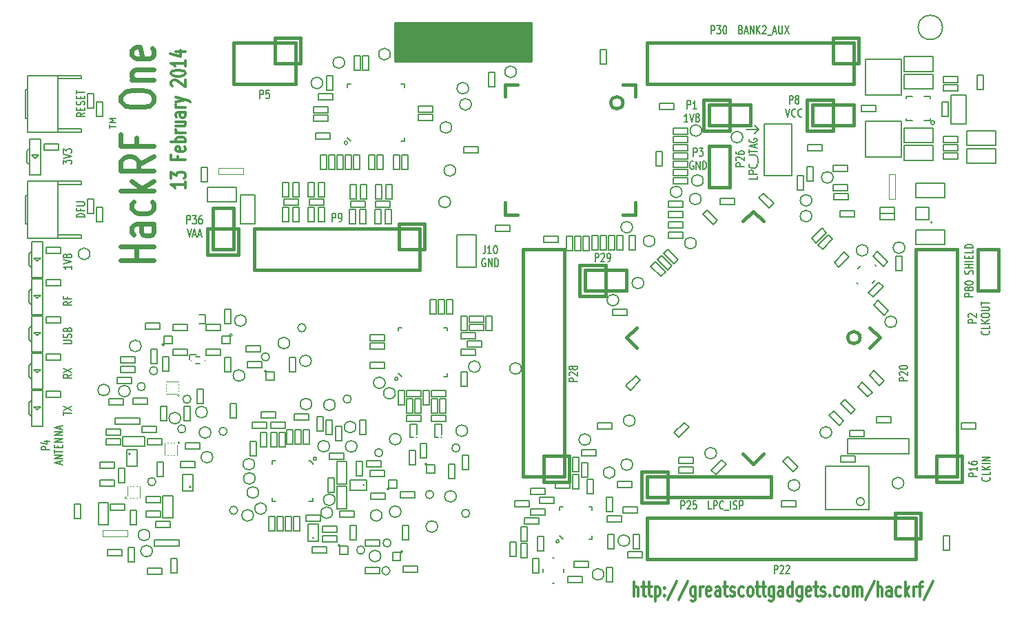
<source format=gto>
G04 (created by PCBNEW (2012-nov-02)-stable) date Sat 15 Mar 2014 07:07:26 PM MDT*
%MOIN*%
G04 Gerber Fmt 3.4, Leading zero omitted, Abs format*
%FSLAX34Y34*%
G01*
G70*
G90*
G04 APERTURE LIST*
%ADD10C,0*%
%ADD11C,0.008*%
%ADD12C,0.012*%
%ADD13C,0.0075*%
%ADD14C,0.006*%
%ADD15C,0.024*%
%ADD16C,0.015*%
%ADD17C,0.005*%
%ADD18C,0.004*%
%ADD19C,0.0047*%
%ADD20C,0.007*%
%ADD21C,0.01*%
G04 APERTURE END LIST*
G54D10*
G54D11*
X49370Y-65039D02*
G75*
G03X49370Y-65039I-78J0D01*
G74*
G01*
X37637Y-61023D02*
G75*
G03X37637Y-61023I-78J0D01*
G74*
G01*
X41574Y-57165D02*
G75*
G03X41574Y-57165I-78J0D01*
G74*
G01*
X39133Y-45748D02*
G75*
G03X39133Y-45748I-78J0D01*
G74*
G01*
G54D12*
X31305Y-47633D02*
X31305Y-47919D01*
X31305Y-47776D02*
X30605Y-47776D01*
X30705Y-47823D01*
X30772Y-47871D01*
X30805Y-47919D01*
X30605Y-47466D02*
X30605Y-47157D01*
X30872Y-47323D01*
X30872Y-47252D01*
X30905Y-47204D01*
X30938Y-47180D01*
X31005Y-47157D01*
X31172Y-47157D01*
X31238Y-47180D01*
X31272Y-47204D01*
X31305Y-47252D01*
X31305Y-47395D01*
X31272Y-47442D01*
X31238Y-47466D01*
X30938Y-46395D02*
X30938Y-46561D01*
X31305Y-46561D02*
X30605Y-46561D01*
X30605Y-46323D01*
X31272Y-45942D02*
X31305Y-45990D01*
X31305Y-46085D01*
X31272Y-46133D01*
X31205Y-46157D01*
X30938Y-46157D01*
X30872Y-46133D01*
X30838Y-46085D01*
X30838Y-45990D01*
X30872Y-45942D01*
X30938Y-45919D01*
X31005Y-45919D01*
X31072Y-46157D01*
X31305Y-45704D02*
X30605Y-45704D01*
X30872Y-45704D02*
X30838Y-45657D01*
X30838Y-45561D01*
X30872Y-45514D01*
X30905Y-45490D01*
X30972Y-45466D01*
X31172Y-45466D01*
X31238Y-45490D01*
X31272Y-45514D01*
X31305Y-45561D01*
X31305Y-45657D01*
X31272Y-45704D01*
X31305Y-45252D02*
X30838Y-45252D01*
X30972Y-45252D02*
X30905Y-45228D01*
X30872Y-45204D01*
X30838Y-45157D01*
X30838Y-45109D01*
X30838Y-44728D02*
X31305Y-44728D01*
X30838Y-44942D02*
X31205Y-44942D01*
X31272Y-44919D01*
X31305Y-44871D01*
X31305Y-44800D01*
X31272Y-44752D01*
X31238Y-44728D01*
X31305Y-44276D02*
X30938Y-44276D01*
X30872Y-44300D01*
X30838Y-44347D01*
X30838Y-44442D01*
X30872Y-44490D01*
X31272Y-44276D02*
X31305Y-44323D01*
X31305Y-44442D01*
X31272Y-44490D01*
X31205Y-44514D01*
X31138Y-44514D01*
X31072Y-44490D01*
X31038Y-44442D01*
X31038Y-44323D01*
X31005Y-44276D01*
X31305Y-44038D02*
X30838Y-44038D01*
X30972Y-44038D02*
X30905Y-44014D01*
X30872Y-43990D01*
X30838Y-43942D01*
X30838Y-43895D01*
X30838Y-43776D02*
X31305Y-43657D01*
X30838Y-43538D02*
X31305Y-43657D01*
X31472Y-43704D01*
X31505Y-43728D01*
X31538Y-43776D01*
X30672Y-42990D02*
X30638Y-42966D01*
X30605Y-42919D01*
X30605Y-42800D01*
X30638Y-42752D01*
X30672Y-42728D01*
X30738Y-42704D01*
X30805Y-42704D01*
X30905Y-42728D01*
X31305Y-43014D01*
X31305Y-42704D01*
X30605Y-42395D02*
X30605Y-42347D01*
X30638Y-42300D01*
X30672Y-42276D01*
X30738Y-42252D01*
X30872Y-42228D01*
X31038Y-42228D01*
X31172Y-42252D01*
X31238Y-42276D01*
X31272Y-42300D01*
X31305Y-42347D01*
X31305Y-42395D01*
X31272Y-42442D01*
X31238Y-42466D01*
X31172Y-42490D01*
X31038Y-42514D01*
X30872Y-42514D01*
X30738Y-42490D01*
X30672Y-42466D01*
X30638Y-42442D01*
X30605Y-42395D01*
X31305Y-41752D02*
X31305Y-42038D01*
X31305Y-41895D02*
X30605Y-41895D01*
X30705Y-41942D01*
X30772Y-41990D01*
X30805Y-42038D01*
X30838Y-41323D02*
X31305Y-41323D01*
X30572Y-41442D02*
X31072Y-41561D01*
X31072Y-41252D01*
G54D13*
X38400Y-49559D02*
X38400Y-49159D01*
X38514Y-49159D01*
X38543Y-49178D01*
X38557Y-49197D01*
X38572Y-49235D01*
X38572Y-49292D01*
X38557Y-49330D01*
X38543Y-49350D01*
X38514Y-49369D01*
X38400Y-49369D01*
X38714Y-49559D02*
X38772Y-49559D01*
X38800Y-49540D01*
X38814Y-49521D01*
X38843Y-49464D01*
X38857Y-49388D01*
X38857Y-49235D01*
X38843Y-49197D01*
X38829Y-49178D01*
X38800Y-49159D01*
X38743Y-49159D01*
X38714Y-49178D01*
X38700Y-49197D01*
X38686Y-49235D01*
X38686Y-49330D01*
X38700Y-49369D01*
X38714Y-49388D01*
X38743Y-49407D01*
X38800Y-49407D01*
X38829Y-49388D01*
X38843Y-49369D01*
X38857Y-49330D01*
X45789Y-50709D02*
X45789Y-50995D01*
X45774Y-51052D01*
X45746Y-51090D01*
X45703Y-51109D01*
X45674Y-51109D01*
X46089Y-51109D02*
X45917Y-51109D01*
X46003Y-51109D02*
X46003Y-50709D01*
X45974Y-50766D01*
X45946Y-50804D01*
X45917Y-50823D01*
X46274Y-50709D02*
X46303Y-50709D01*
X46332Y-50728D01*
X46346Y-50747D01*
X46360Y-50785D01*
X46374Y-50861D01*
X46374Y-50957D01*
X46360Y-51033D01*
X46346Y-51071D01*
X46332Y-51090D01*
X46303Y-51109D01*
X46274Y-51109D01*
X46246Y-51090D01*
X46232Y-51071D01*
X46217Y-51033D01*
X46203Y-50957D01*
X46203Y-50861D01*
X46217Y-50785D01*
X46232Y-50747D01*
X46246Y-50728D01*
X46274Y-50709D01*
X45803Y-51363D02*
X45774Y-51344D01*
X45732Y-51344D01*
X45689Y-51363D01*
X45660Y-51401D01*
X45646Y-51439D01*
X45632Y-51515D01*
X45632Y-51573D01*
X45646Y-51649D01*
X45660Y-51687D01*
X45689Y-51725D01*
X45732Y-51744D01*
X45760Y-51744D01*
X45803Y-51725D01*
X45817Y-51706D01*
X45817Y-51573D01*
X45760Y-51573D01*
X45946Y-51744D02*
X45946Y-51344D01*
X46117Y-51744D01*
X46117Y-51344D01*
X46260Y-51744D02*
X46260Y-51344D01*
X46332Y-51344D01*
X46374Y-51363D01*
X46403Y-51401D01*
X46417Y-51439D01*
X46432Y-51515D01*
X46432Y-51573D01*
X46417Y-51649D01*
X46403Y-51687D01*
X46374Y-51725D01*
X46332Y-51744D01*
X46260Y-51744D01*
X69393Y-53184D02*
X68993Y-53184D01*
X68993Y-53070D01*
X69012Y-53041D01*
X69032Y-53027D01*
X69070Y-53013D01*
X69127Y-53013D01*
X69165Y-53027D01*
X69184Y-53041D01*
X69203Y-53070D01*
X69203Y-53184D01*
X69165Y-52841D02*
X69146Y-52870D01*
X69127Y-52884D01*
X69089Y-52899D01*
X69070Y-52899D01*
X69032Y-52884D01*
X69012Y-52870D01*
X68993Y-52841D01*
X68993Y-52784D01*
X69012Y-52756D01*
X69032Y-52741D01*
X69070Y-52727D01*
X69089Y-52727D01*
X69127Y-52741D01*
X69146Y-52756D01*
X69165Y-52784D01*
X69165Y-52841D01*
X69184Y-52870D01*
X69203Y-52884D01*
X69241Y-52899D01*
X69317Y-52899D01*
X69355Y-52884D01*
X69374Y-52870D01*
X69393Y-52841D01*
X69393Y-52784D01*
X69374Y-52756D01*
X69355Y-52741D01*
X69317Y-52727D01*
X69241Y-52727D01*
X69203Y-52741D01*
X69184Y-52756D01*
X69165Y-52784D01*
X68993Y-52541D02*
X68993Y-52513D01*
X69012Y-52484D01*
X69032Y-52470D01*
X69070Y-52456D01*
X69146Y-52441D01*
X69241Y-52441D01*
X69317Y-52456D01*
X69355Y-52470D01*
X69374Y-52484D01*
X69393Y-52513D01*
X69393Y-52541D01*
X69374Y-52570D01*
X69355Y-52584D01*
X69317Y-52599D01*
X69241Y-52613D01*
X69146Y-52613D01*
X69070Y-52599D01*
X69032Y-52584D01*
X69012Y-52570D01*
X68993Y-52541D01*
X69374Y-52099D02*
X69393Y-52056D01*
X69393Y-51984D01*
X69374Y-51956D01*
X69355Y-51941D01*
X69317Y-51927D01*
X69279Y-51927D01*
X69241Y-51941D01*
X69222Y-51956D01*
X69203Y-51984D01*
X69184Y-52041D01*
X69165Y-52070D01*
X69146Y-52084D01*
X69108Y-52099D01*
X69070Y-52099D01*
X69032Y-52084D01*
X69012Y-52070D01*
X68993Y-52041D01*
X68993Y-51970D01*
X69012Y-51927D01*
X69393Y-51799D02*
X68993Y-51799D01*
X69184Y-51799D02*
X69184Y-51627D01*
X69393Y-51627D02*
X68993Y-51627D01*
X69393Y-51484D02*
X68993Y-51484D01*
X69184Y-51341D02*
X69184Y-51241D01*
X69393Y-51199D02*
X69393Y-51341D01*
X68993Y-51341D01*
X68993Y-51199D01*
X69393Y-50927D02*
X69393Y-51070D01*
X68993Y-51070D01*
X69393Y-50827D02*
X68993Y-50827D01*
X68993Y-50756D01*
X69012Y-50713D01*
X69051Y-50684D01*
X69089Y-50670D01*
X69165Y-50656D01*
X69222Y-50656D01*
X69298Y-50670D01*
X69336Y-50684D01*
X69374Y-50713D01*
X69393Y-50756D01*
X69393Y-50827D01*
X34900Y-43589D02*
X34900Y-43189D01*
X35014Y-43189D01*
X35043Y-43208D01*
X35057Y-43227D01*
X35072Y-43265D01*
X35072Y-43322D01*
X35057Y-43360D01*
X35043Y-43380D01*
X35014Y-43399D01*
X34900Y-43399D01*
X35343Y-43189D02*
X35200Y-43189D01*
X35186Y-43380D01*
X35200Y-43360D01*
X35229Y-43341D01*
X35300Y-43341D01*
X35329Y-43360D01*
X35343Y-43380D01*
X35357Y-43418D01*
X35357Y-43513D01*
X35343Y-43551D01*
X35329Y-43570D01*
X35300Y-43589D01*
X35229Y-43589D01*
X35200Y-43570D01*
X35186Y-43551D01*
X26421Y-44293D02*
X26231Y-44393D01*
X26421Y-44465D02*
X26021Y-44465D01*
X26021Y-44351D01*
X26040Y-44322D01*
X26059Y-44308D01*
X26097Y-44293D01*
X26155Y-44293D01*
X26193Y-44308D01*
X26212Y-44322D01*
X26231Y-44351D01*
X26231Y-44465D01*
X26212Y-44165D02*
X26212Y-44065D01*
X26421Y-44022D02*
X26421Y-44165D01*
X26021Y-44165D01*
X26021Y-44022D01*
X26402Y-43908D02*
X26421Y-43865D01*
X26421Y-43793D01*
X26402Y-43765D01*
X26383Y-43751D01*
X26345Y-43736D01*
X26307Y-43736D01*
X26269Y-43751D01*
X26250Y-43765D01*
X26231Y-43793D01*
X26212Y-43851D01*
X26193Y-43879D01*
X26174Y-43893D01*
X26136Y-43908D01*
X26097Y-43908D01*
X26059Y-43893D01*
X26040Y-43879D01*
X26021Y-43851D01*
X26021Y-43779D01*
X26040Y-43736D01*
X26212Y-43608D02*
X26212Y-43508D01*
X26421Y-43465D02*
X26421Y-43608D01*
X26021Y-43608D01*
X26021Y-43465D01*
X26021Y-43379D02*
X26021Y-43208D01*
X26421Y-43293D02*
X26021Y-43293D01*
X26421Y-49340D02*
X26021Y-49340D01*
X26021Y-49269D01*
X26040Y-49226D01*
X26078Y-49197D01*
X26116Y-49183D01*
X26193Y-49169D01*
X26250Y-49169D01*
X26326Y-49183D01*
X26364Y-49197D01*
X26402Y-49226D01*
X26421Y-49269D01*
X26421Y-49340D01*
X26212Y-48940D02*
X26212Y-49040D01*
X26421Y-49040D02*
X26021Y-49040D01*
X26021Y-48897D01*
X26021Y-48783D02*
X26345Y-48783D01*
X26383Y-48769D01*
X26402Y-48754D01*
X26421Y-48726D01*
X26421Y-48669D01*
X26402Y-48640D01*
X26383Y-48626D01*
X26345Y-48612D01*
X26021Y-48612D01*
G54D14*
X27623Y-45044D02*
X27623Y-44873D01*
X27923Y-44959D02*
X27623Y-44959D01*
X27923Y-44773D02*
X27623Y-44773D01*
X27837Y-44673D01*
X27623Y-44573D01*
X27923Y-44573D01*
G54D13*
X25783Y-53433D02*
X25593Y-53533D01*
X25783Y-53604D02*
X25383Y-53604D01*
X25383Y-53490D01*
X25402Y-53461D01*
X25422Y-53447D01*
X25460Y-53433D01*
X25517Y-53433D01*
X25555Y-53447D01*
X25574Y-53461D01*
X25593Y-53490D01*
X25593Y-53604D01*
X25574Y-53204D02*
X25574Y-53304D01*
X25783Y-53304D02*
X25383Y-53304D01*
X25383Y-53161D01*
G54D15*
X29769Y-51440D02*
X28169Y-51440D01*
X28931Y-51440D02*
X28931Y-50754D01*
X29769Y-50754D02*
X28169Y-50754D01*
X29769Y-49669D02*
X28931Y-49669D01*
X28779Y-49726D01*
X28702Y-49840D01*
X28702Y-50069D01*
X28779Y-50183D01*
X29693Y-49669D02*
X29769Y-49783D01*
X29769Y-50069D01*
X29693Y-50183D01*
X29541Y-50240D01*
X29388Y-50240D01*
X29236Y-50183D01*
X29160Y-50069D01*
X29160Y-49783D01*
X29083Y-49669D01*
X29693Y-48583D02*
X29769Y-48697D01*
X29769Y-48926D01*
X29693Y-49040D01*
X29617Y-49097D01*
X29464Y-49154D01*
X29007Y-49154D01*
X28855Y-49097D01*
X28779Y-49040D01*
X28702Y-48926D01*
X28702Y-48697D01*
X28779Y-48583D01*
X29769Y-48069D02*
X28169Y-48069D01*
X29160Y-47954D02*
X29769Y-47611D01*
X28702Y-47611D02*
X29312Y-48069D01*
X29769Y-46411D02*
X29007Y-46811D01*
X29769Y-47097D02*
X28169Y-47097D01*
X28169Y-46640D01*
X28245Y-46526D01*
X28322Y-46469D01*
X28474Y-46411D01*
X28702Y-46411D01*
X28855Y-46469D01*
X28931Y-46526D01*
X29007Y-46640D01*
X29007Y-47097D01*
X28931Y-45497D02*
X28931Y-45897D01*
X29769Y-45897D02*
X28169Y-45897D01*
X28169Y-45326D01*
X28169Y-43726D02*
X28169Y-43497D01*
X28245Y-43383D01*
X28398Y-43269D01*
X28702Y-43211D01*
X29236Y-43211D01*
X29541Y-43269D01*
X29693Y-43383D01*
X29769Y-43497D01*
X29769Y-43726D01*
X29693Y-43840D01*
X29541Y-43954D01*
X29236Y-44011D01*
X28702Y-44011D01*
X28398Y-43954D01*
X28245Y-43840D01*
X28169Y-43726D01*
X28702Y-42697D02*
X29769Y-42697D01*
X28855Y-42697D02*
X28779Y-42640D01*
X28702Y-42526D01*
X28702Y-42354D01*
X28779Y-42240D01*
X28931Y-42183D01*
X29769Y-42183D01*
X29693Y-41154D02*
X29769Y-41269D01*
X29769Y-41497D01*
X29693Y-41611D01*
X29541Y-41669D01*
X28931Y-41669D01*
X28779Y-41611D01*
X28702Y-41497D01*
X28702Y-41269D01*
X28779Y-41154D01*
X28931Y-41097D01*
X29083Y-41097D01*
X29236Y-41669D01*
G54D11*
X59030Y-45110D02*
X58430Y-45110D01*
X59030Y-45110D02*
X58830Y-45310D01*
X59030Y-45110D02*
X58830Y-44910D01*
G54D13*
X25783Y-51683D02*
X25783Y-51854D01*
X25783Y-51769D02*
X25383Y-51769D01*
X25441Y-51797D01*
X25479Y-51826D01*
X25498Y-51854D01*
X25383Y-51597D02*
X25783Y-51497D01*
X25383Y-51397D01*
X25555Y-51254D02*
X25536Y-51283D01*
X25517Y-51297D01*
X25479Y-51311D01*
X25460Y-51311D01*
X25422Y-51297D01*
X25402Y-51283D01*
X25383Y-51254D01*
X25383Y-51197D01*
X25402Y-51169D01*
X25422Y-51154D01*
X25460Y-51140D01*
X25479Y-51140D01*
X25517Y-51154D01*
X25536Y-51169D01*
X25555Y-51197D01*
X25555Y-51254D01*
X25574Y-51283D01*
X25593Y-51297D01*
X25631Y-51311D01*
X25707Y-51311D01*
X25745Y-51297D01*
X25764Y-51283D01*
X25783Y-51254D01*
X25783Y-51197D01*
X25764Y-51169D01*
X25745Y-51154D01*
X25707Y-51140D01*
X25631Y-51140D01*
X25593Y-51154D01*
X25574Y-51169D01*
X25555Y-51197D01*
X25383Y-46769D02*
X25383Y-46583D01*
X25536Y-46683D01*
X25536Y-46640D01*
X25555Y-46611D01*
X25574Y-46597D01*
X25612Y-46583D01*
X25707Y-46583D01*
X25745Y-46597D01*
X25764Y-46611D01*
X25783Y-46640D01*
X25783Y-46726D01*
X25764Y-46754D01*
X25745Y-46769D01*
X25383Y-46497D02*
X25783Y-46397D01*
X25383Y-46297D01*
X25383Y-46226D02*
X25383Y-46040D01*
X25536Y-46140D01*
X25536Y-46097D01*
X25555Y-46069D01*
X25574Y-46054D01*
X25612Y-46040D01*
X25707Y-46040D01*
X25745Y-46054D01*
X25764Y-46069D01*
X25783Y-46097D01*
X25783Y-46183D01*
X25764Y-46211D01*
X25745Y-46226D01*
X25383Y-55476D02*
X25707Y-55476D01*
X25745Y-55461D01*
X25764Y-55447D01*
X25783Y-55419D01*
X25783Y-55361D01*
X25764Y-55333D01*
X25745Y-55319D01*
X25707Y-55304D01*
X25383Y-55304D01*
X25764Y-55176D02*
X25783Y-55133D01*
X25783Y-55061D01*
X25764Y-55033D01*
X25745Y-55019D01*
X25707Y-55004D01*
X25669Y-55004D01*
X25631Y-55019D01*
X25612Y-55033D01*
X25593Y-55061D01*
X25574Y-55119D01*
X25555Y-55147D01*
X25536Y-55161D01*
X25498Y-55176D01*
X25460Y-55176D01*
X25422Y-55161D01*
X25402Y-55147D01*
X25383Y-55119D01*
X25383Y-55047D01*
X25402Y-55004D01*
X25574Y-54776D02*
X25593Y-54733D01*
X25612Y-54719D01*
X25650Y-54704D01*
X25707Y-54704D01*
X25745Y-54719D01*
X25764Y-54733D01*
X25783Y-54761D01*
X25783Y-54876D01*
X25383Y-54876D01*
X25383Y-54776D01*
X25402Y-54747D01*
X25422Y-54733D01*
X25460Y-54719D01*
X25498Y-54719D01*
X25536Y-54733D01*
X25555Y-54747D01*
X25574Y-54776D01*
X25574Y-54876D01*
X25783Y-56947D02*
X25593Y-57047D01*
X25783Y-57119D02*
X25383Y-57119D01*
X25383Y-57004D01*
X25402Y-56976D01*
X25422Y-56961D01*
X25460Y-56947D01*
X25517Y-56947D01*
X25555Y-56961D01*
X25574Y-56976D01*
X25593Y-57004D01*
X25593Y-57119D01*
X25383Y-56847D02*
X25783Y-56647D01*
X25383Y-56647D02*
X25783Y-56847D01*
X25383Y-58926D02*
X25383Y-58754D01*
X25783Y-58840D02*
X25383Y-58840D01*
X25383Y-58683D02*
X25783Y-58483D01*
X25383Y-58483D02*
X25783Y-58683D01*
X55565Y-44098D02*
X55565Y-43698D01*
X55680Y-43698D01*
X55708Y-43717D01*
X55723Y-43737D01*
X55737Y-43775D01*
X55737Y-43832D01*
X55723Y-43870D01*
X55708Y-43889D01*
X55680Y-43908D01*
X55565Y-43908D01*
X56023Y-44098D02*
X55851Y-44098D01*
X55937Y-44098D02*
X55937Y-43698D01*
X55908Y-43756D01*
X55880Y-43794D01*
X55851Y-43813D01*
X55601Y-44733D02*
X55430Y-44733D01*
X55515Y-44733D02*
X55515Y-44333D01*
X55487Y-44391D01*
X55458Y-44429D01*
X55430Y-44448D01*
X55687Y-44333D02*
X55787Y-44733D01*
X55887Y-44333D01*
X56030Y-44505D02*
X56001Y-44486D01*
X55987Y-44467D01*
X55973Y-44429D01*
X55973Y-44410D01*
X55987Y-44372D01*
X56001Y-44352D01*
X56030Y-44333D01*
X56087Y-44333D01*
X56115Y-44352D01*
X56130Y-44372D01*
X56144Y-44410D01*
X56144Y-44429D01*
X56130Y-44467D01*
X56115Y-44486D01*
X56087Y-44505D01*
X56030Y-44505D01*
X56001Y-44524D01*
X55987Y-44543D01*
X55973Y-44581D01*
X55973Y-44657D01*
X55987Y-44695D01*
X56001Y-44714D01*
X56030Y-44733D01*
X56087Y-44733D01*
X56115Y-44714D01*
X56130Y-44695D01*
X56144Y-44657D01*
X56144Y-44581D01*
X56130Y-44543D01*
X56115Y-44524D01*
X56087Y-44505D01*
X60510Y-43859D02*
X60510Y-43459D01*
X60624Y-43459D01*
X60653Y-43478D01*
X60667Y-43497D01*
X60682Y-43535D01*
X60682Y-43592D01*
X60667Y-43630D01*
X60653Y-43650D01*
X60624Y-43669D01*
X60510Y-43669D01*
X60853Y-43630D02*
X60824Y-43611D01*
X60810Y-43592D01*
X60796Y-43554D01*
X60796Y-43535D01*
X60810Y-43497D01*
X60824Y-43478D01*
X60853Y-43459D01*
X60910Y-43459D01*
X60939Y-43478D01*
X60953Y-43497D01*
X60967Y-43535D01*
X60967Y-43554D01*
X60953Y-43592D01*
X60939Y-43611D01*
X60910Y-43630D01*
X60853Y-43630D01*
X60824Y-43650D01*
X60810Y-43669D01*
X60796Y-43707D01*
X60796Y-43783D01*
X60810Y-43821D01*
X60824Y-43840D01*
X60853Y-43859D01*
X60910Y-43859D01*
X60939Y-43840D01*
X60953Y-43821D01*
X60967Y-43783D01*
X60967Y-43707D01*
X60953Y-43669D01*
X60939Y-43650D01*
X60910Y-43630D01*
X60332Y-44094D02*
X60432Y-44494D01*
X60532Y-44094D01*
X60803Y-44456D02*
X60789Y-44475D01*
X60746Y-44494D01*
X60717Y-44494D01*
X60674Y-44475D01*
X60646Y-44437D01*
X60632Y-44399D01*
X60617Y-44323D01*
X60617Y-44265D01*
X60632Y-44189D01*
X60646Y-44151D01*
X60674Y-44113D01*
X60717Y-44094D01*
X60746Y-44094D01*
X60789Y-44113D01*
X60803Y-44132D01*
X61103Y-44456D02*
X61089Y-44475D01*
X61046Y-44494D01*
X61017Y-44494D01*
X60974Y-44475D01*
X60946Y-44437D01*
X60932Y-44399D01*
X60917Y-44323D01*
X60917Y-44265D01*
X60932Y-44189D01*
X60946Y-44151D01*
X60974Y-44113D01*
X61017Y-44094D01*
X61046Y-44094D01*
X61089Y-44113D01*
X61103Y-44132D01*
X66223Y-57271D02*
X65823Y-57271D01*
X65823Y-57157D01*
X65842Y-57129D01*
X65862Y-57114D01*
X65900Y-57100D01*
X65957Y-57100D01*
X65995Y-57114D01*
X66014Y-57129D01*
X66033Y-57157D01*
X66033Y-57271D01*
X65862Y-56986D02*
X65842Y-56971D01*
X65823Y-56943D01*
X65823Y-56871D01*
X65842Y-56843D01*
X65862Y-56829D01*
X65900Y-56814D01*
X65938Y-56814D01*
X65995Y-56829D01*
X66223Y-57000D01*
X66223Y-56814D01*
X65823Y-56629D02*
X65823Y-56600D01*
X65842Y-56571D01*
X65862Y-56557D01*
X65900Y-56543D01*
X65976Y-56529D01*
X66071Y-56529D01*
X66147Y-56543D01*
X66185Y-56557D01*
X66204Y-56571D01*
X66223Y-56600D01*
X66223Y-56629D01*
X66204Y-56657D01*
X66185Y-56671D01*
X66147Y-56686D01*
X66071Y-56700D01*
X65976Y-56700D01*
X65900Y-56686D01*
X65862Y-56671D01*
X65842Y-56657D01*
X65823Y-56629D01*
X59777Y-66599D02*
X59777Y-66199D01*
X59892Y-66199D01*
X59920Y-66218D01*
X59934Y-66237D01*
X59949Y-66275D01*
X59949Y-66332D01*
X59934Y-66370D01*
X59920Y-66390D01*
X59892Y-66409D01*
X59777Y-66409D01*
X60063Y-66237D02*
X60077Y-66218D01*
X60106Y-66199D01*
X60177Y-66199D01*
X60206Y-66218D01*
X60220Y-66237D01*
X60234Y-66275D01*
X60234Y-66313D01*
X60220Y-66370D01*
X60049Y-66599D01*
X60234Y-66599D01*
X60349Y-66237D02*
X60363Y-66218D01*
X60392Y-66199D01*
X60463Y-66199D01*
X60492Y-66218D01*
X60506Y-66237D01*
X60520Y-66275D01*
X60520Y-66313D01*
X60506Y-66370D01*
X60334Y-66599D01*
X60520Y-66599D01*
X55269Y-63479D02*
X55269Y-63079D01*
X55383Y-63079D01*
X55412Y-63098D01*
X55426Y-63117D01*
X55440Y-63155D01*
X55440Y-63212D01*
X55426Y-63250D01*
X55412Y-63270D01*
X55383Y-63289D01*
X55269Y-63289D01*
X55554Y-63117D02*
X55569Y-63098D01*
X55597Y-63079D01*
X55669Y-63079D01*
X55697Y-63098D01*
X55712Y-63117D01*
X55726Y-63155D01*
X55726Y-63193D01*
X55712Y-63250D01*
X55540Y-63479D01*
X55726Y-63479D01*
X55997Y-63079D02*
X55854Y-63079D01*
X55840Y-63270D01*
X55854Y-63250D01*
X55883Y-63231D01*
X55954Y-63231D01*
X55983Y-63250D01*
X55997Y-63270D01*
X56012Y-63308D01*
X56012Y-63403D01*
X55997Y-63441D01*
X55983Y-63460D01*
X55954Y-63479D01*
X55883Y-63479D01*
X55854Y-63460D01*
X55840Y-63441D01*
X56740Y-63479D02*
X56597Y-63479D01*
X56597Y-63079D01*
X56840Y-63479D02*
X56840Y-63079D01*
X56954Y-63079D01*
X56983Y-63098D01*
X56997Y-63117D01*
X57012Y-63155D01*
X57012Y-63212D01*
X56997Y-63250D01*
X56983Y-63270D01*
X56954Y-63289D01*
X56840Y-63289D01*
X57312Y-63441D02*
X57297Y-63460D01*
X57254Y-63479D01*
X57226Y-63479D01*
X57183Y-63460D01*
X57154Y-63422D01*
X57140Y-63384D01*
X57126Y-63308D01*
X57126Y-63250D01*
X57140Y-63174D01*
X57154Y-63136D01*
X57183Y-63098D01*
X57226Y-63079D01*
X57254Y-63079D01*
X57297Y-63098D01*
X57312Y-63117D01*
X57369Y-63517D02*
X57597Y-63517D01*
X57669Y-63479D02*
X57669Y-63079D01*
X57797Y-63460D02*
X57840Y-63479D01*
X57912Y-63479D01*
X57940Y-63460D01*
X57954Y-63441D01*
X57969Y-63403D01*
X57969Y-63365D01*
X57954Y-63327D01*
X57940Y-63308D01*
X57912Y-63289D01*
X57854Y-63270D01*
X57826Y-63250D01*
X57812Y-63231D01*
X57797Y-63193D01*
X57797Y-63155D01*
X57812Y-63117D01*
X57826Y-63098D01*
X57854Y-63079D01*
X57926Y-63079D01*
X57969Y-63098D01*
X58097Y-63479D02*
X58097Y-63079D01*
X58212Y-63079D01*
X58240Y-63098D01*
X58254Y-63117D01*
X58269Y-63155D01*
X58269Y-63212D01*
X58254Y-63250D01*
X58240Y-63270D01*
X58212Y-63289D01*
X58097Y-63289D01*
X50243Y-57291D02*
X49843Y-57291D01*
X49843Y-57177D01*
X49862Y-57149D01*
X49882Y-57134D01*
X49920Y-57120D01*
X49977Y-57120D01*
X50015Y-57134D01*
X50034Y-57149D01*
X50053Y-57177D01*
X50053Y-57291D01*
X49882Y-57006D02*
X49862Y-56991D01*
X49843Y-56963D01*
X49843Y-56891D01*
X49862Y-56863D01*
X49882Y-56849D01*
X49920Y-56834D01*
X49958Y-56834D01*
X50015Y-56849D01*
X50243Y-57020D01*
X50243Y-56834D01*
X50015Y-56663D02*
X49996Y-56691D01*
X49977Y-56706D01*
X49939Y-56720D01*
X49920Y-56720D01*
X49882Y-56706D01*
X49862Y-56691D01*
X49843Y-56663D01*
X49843Y-56606D01*
X49862Y-56577D01*
X49882Y-56563D01*
X49920Y-56549D01*
X49939Y-56549D01*
X49977Y-56563D01*
X49996Y-56577D01*
X50015Y-56606D01*
X50015Y-56663D01*
X50034Y-56691D01*
X50053Y-56706D01*
X50091Y-56720D01*
X50167Y-56720D01*
X50205Y-56706D01*
X50224Y-56691D01*
X50243Y-56663D01*
X50243Y-56606D01*
X50224Y-56577D01*
X50205Y-56563D01*
X50167Y-56549D01*
X50091Y-56549D01*
X50053Y-56563D01*
X50034Y-56577D01*
X50015Y-56606D01*
X58313Y-46881D02*
X57913Y-46881D01*
X57913Y-46767D01*
X57932Y-46739D01*
X57952Y-46724D01*
X57990Y-46710D01*
X58047Y-46710D01*
X58085Y-46724D01*
X58104Y-46739D01*
X58123Y-46767D01*
X58123Y-46881D01*
X57952Y-46596D02*
X57932Y-46581D01*
X57913Y-46553D01*
X57913Y-46481D01*
X57932Y-46453D01*
X57952Y-46439D01*
X57990Y-46424D01*
X58028Y-46424D01*
X58085Y-46439D01*
X58313Y-46610D01*
X58313Y-46424D01*
X57913Y-46167D02*
X57913Y-46224D01*
X57932Y-46253D01*
X57952Y-46267D01*
X58009Y-46296D01*
X58085Y-46310D01*
X58237Y-46310D01*
X58275Y-46296D01*
X58294Y-46281D01*
X58313Y-46253D01*
X58313Y-46196D01*
X58294Y-46167D01*
X58275Y-46153D01*
X58237Y-46139D01*
X58142Y-46139D01*
X58104Y-46153D01*
X58085Y-46167D01*
X58066Y-46196D01*
X58066Y-46253D01*
X58085Y-46281D01*
X58104Y-46296D01*
X58142Y-46310D01*
X58948Y-47346D02*
X58948Y-47489D01*
X58548Y-47489D01*
X58948Y-47246D02*
X58548Y-47246D01*
X58548Y-47131D01*
X58567Y-47103D01*
X58587Y-47089D01*
X58625Y-47074D01*
X58682Y-47074D01*
X58720Y-47089D01*
X58739Y-47103D01*
X58758Y-47131D01*
X58758Y-47246D01*
X58910Y-46774D02*
X58929Y-46789D01*
X58948Y-46831D01*
X58948Y-46860D01*
X58929Y-46903D01*
X58891Y-46931D01*
X58853Y-46946D01*
X58777Y-46960D01*
X58720Y-46960D01*
X58644Y-46946D01*
X58606Y-46931D01*
X58567Y-46903D01*
X58548Y-46860D01*
X58548Y-46831D01*
X58567Y-46789D01*
X58587Y-46774D01*
X58987Y-46717D02*
X58987Y-46489D01*
X58548Y-46331D02*
X58834Y-46331D01*
X58891Y-46346D01*
X58929Y-46374D01*
X58948Y-46417D01*
X58948Y-46446D01*
X58548Y-46231D02*
X58548Y-46060D01*
X58948Y-46146D02*
X58548Y-46146D01*
X58834Y-45974D02*
X58834Y-45831D01*
X58948Y-46003D02*
X58548Y-45903D01*
X58948Y-45803D01*
X58567Y-45546D02*
X58548Y-45574D01*
X58548Y-45617D01*
X58567Y-45660D01*
X58606Y-45689D01*
X58644Y-45703D01*
X58720Y-45717D01*
X58777Y-45717D01*
X58853Y-45703D01*
X58891Y-45689D01*
X58929Y-45660D01*
X58948Y-45617D01*
X58948Y-45589D01*
X58929Y-45546D01*
X58910Y-45531D01*
X58777Y-45531D01*
X58777Y-45589D01*
X55870Y-46389D02*
X55870Y-45989D01*
X55984Y-45989D01*
X56013Y-46008D01*
X56027Y-46027D01*
X56042Y-46065D01*
X56042Y-46122D01*
X56027Y-46160D01*
X56013Y-46180D01*
X55984Y-46199D01*
X55870Y-46199D01*
X56142Y-45989D02*
X56327Y-45989D01*
X56227Y-46141D01*
X56270Y-46141D01*
X56299Y-46160D01*
X56313Y-46180D01*
X56327Y-46218D01*
X56327Y-46313D01*
X56313Y-46351D01*
X56299Y-46370D01*
X56270Y-46389D01*
X56184Y-46389D01*
X56156Y-46370D01*
X56142Y-46351D01*
X55863Y-46643D02*
X55834Y-46624D01*
X55792Y-46624D01*
X55749Y-46643D01*
X55720Y-46681D01*
X55706Y-46719D01*
X55692Y-46795D01*
X55692Y-46853D01*
X55706Y-46929D01*
X55720Y-46967D01*
X55749Y-47005D01*
X55792Y-47024D01*
X55820Y-47024D01*
X55863Y-47005D01*
X55877Y-46986D01*
X55877Y-46853D01*
X55820Y-46853D01*
X56006Y-47024D02*
X56006Y-46624D01*
X56177Y-47024D01*
X56177Y-46624D01*
X56320Y-47024D02*
X56320Y-46624D01*
X56392Y-46624D01*
X56434Y-46643D01*
X56463Y-46681D01*
X56477Y-46719D01*
X56492Y-46795D01*
X56492Y-46853D01*
X56477Y-46929D01*
X56463Y-46967D01*
X56434Y-47005D01*
X56392Y-47024D01*
X56320Y-47024D01*
X56727Y-40479D02*
X56727Y-40079D01*
X56842Y-40079D01*
X56870Y-40098D01*
X56884Y-40117D01*
X56899Y-40155D01*
X56899Y-40212D01*
X56884Y-40250D01*
X56870Y-40270D01*
X56842Y-40289D01*
X56727Y-40289D01*
X56999Y-40079D02*
X57184Y-40079D01*
X57084Y-40231D01*
X57127Y-40231D01*
X57156Y-40250D01*
X57170Y-40270D01*
X57184Y-40308D01*
X57184Y-40403D01*
X57170Y-40441D01*
X57156Y-40460D01*
X57127Y-40479D01*
X57042Y-40479D01*
X57013Y-40460D01*
X56999Y-40441D01*
X57370Y-40079D02*
X57399Y-40079D01*
X57427Y-40098D01*
X57442Y-40117D01*
X57456Y-40155D01*
X57470Y-40231D01*
X57470Y-40327D01*
X57456Y-40403D01*
X57442Y-40441D01*
X57427Y-40460D01*
X57399Y-40479D01*
X57370Y-40479D01*
X57342Y-40460D01*
X57327Y-40441D01*
X57313Y-40403D01*
X57299Y-40327D01*
X57299Y-40231D01*
X57313Y-40155D01*
X57327Y-40117D01*
X57342Y-40098D01*
X57370Y-40079D01*
X58156Y-40270D02*
X58199Y-40289D01*
X58213Y-40308D01*
X58227Y-40346D01*
X58227Y-40403D01*
X58213Y-40441D01*
X58199Y-40460D01*
X58170Y-40479D01*
X58056Y-40479D01*
X58056Y-40079D01*
X58156Y-40079D01*
X58184Y-40098D01*
X58199Y-40117D01*
X58213Y-40155D01*
X58213Y-40193D01*
X58199Y-40231D01*
X58184Y-40250D01*
X58156Y-40270D01*
X58056Y-40270D01*
X58342Y-40365D02*
X58484Y-40365D01*
X58313Y-40479D02*
X58413Y-40079D01*
X58513Y-40479D01*
X58613Y-40479D02*
X58613Y-40079D01*
X58784Y-40479D01*
X58784Y-40079D01*
X58927Y-40479D02*
X58927Y-40079D01*
X59099Y-40479D02*
X58970Y-40250D01*
X59099Y-40079D02*
X58927Y-40308D01*
X59213Y-40117D02*
X59227Y-40098D01*
X59256Y-40079D01*
X59327Y-40079D01*
X59356Y-40098D01*
X59370Y-40117D01*
X59384Y-40155D01*
X59384Y-40193D01*
X59370Y-40250D01*
X59199Y-40479D01*
X59384Y-40479D01*
X59442Y-40517D02*
X59670Y-40517D01*
X59727Y-40365D02*
X59870Y-40365D01*
X59699Y-40479D02*
X59799Y-40079D01*
X59899Y-40479D01*
X59999Y-40079D02*
X59999Y-40403D01*
X60013Y-40441D01*
X60027Y-40460D01*
X60056Y-40479D01*
X60113Y-40479D01*
X60142Y-40460D01*
X60156Y-40441D01*
X60170Y-40403D01*
X60170Y-40079D01*
X60284Y-40079D02*
X60484Y-40479D01*
X60484Y-40079D02*
X60284Y-40479D01*
X31367Y-49669D02*
X31367Y-49269D01*
X31482Y-49269D01*
X31510Y-49288D01*
X31524Y-49307D01*
X31539Y-49345D01*
X31539Y-49402D01*
X31524Y-49440D01*
X31510Y-49460D01*
X31482Y-49479D01*
X31367Y-49479D01*
X31639Y-49269D02*
X31824Y-49269D01*
X31724Y-49421D01*
X31767Y-49421D01*
X31796Y-49440D01*
X31810Y-49460D01*
X31824Y-49498D01*
X31824Y-49593D01*
X31810Y-49631D01*
X31796Y-49650D01*
X31767Y-49669D01*
X31682Y-49669D01*
X31653Y-49650D01*
X31639Y-49631D01*
X32082Y-49269D02*
X32024Y-49269D01*
X31996Y-49288D01*
X31982Y-49307D01*
X31953Y-49364D01*
X31939Y-49440D01*
X31939Y-49593D01*
X31953Y-49631D01*
X31967Y-49650D01*
X31996Y-49669D01*
X32053Y-49669D01*
X32082Y-49650D01*
X32096Y-49631D01*
X32110Y-49593D01*
X32110Y-49498D01*
X32096Y-49460D01*
X32082Y-49440D01*
X32053Y-49421D01*
X31996Y-49421D01*
X31967Y-49440D01*
X31953Y-49460D01*
X31939Y-49498D01*
X31374Y-49904D02*
X31474Y-50304D01*
X31574Y-49904D01*
X31660Y-50190D02*
X31803Y-50190D01*
X31632Y-50304D02*
X31732Y-49904D01*
X31832Y-50304D01*
X31917Y-50190D02*
X32060Y-50190D01*
X31889Y-50304D02*
X31989Y-49904D01*
X32089Y-50304D01*
X69553Y-54469D02*
X69153Y-54469D01*
X69153Y-54354D01*
X69172Y-54326D01*
X69192Y-54311D01*
X69230Y-54297D01*
X69287Y-54297D01*
X69325Y-54311D01*
X69344Y-54326D01*
X69363Y-54354D01*
X69363Y-54469D01*
X69192Y-54183D02*
X69172Y-54169D01*
X69153Y-54140D01*
X69153Y-54069D01*
X69172Y-54040D01*
X69192Y-54026D01*
X69230Y-54011D01*
X69268Y-54011D01*
X69325Y-54026D01*
X69553Y-54197D01*
X69553Y-54011D01*
X70150Y-54854D02*
X70169Y-54869D01*
X70188Y-54911D01*
X70188Y-54940D01*
X70169Y-54983D01*
X70131Y-55011D01*
X70093Y-55026D01*
X70017Y-55040D01*
X69960Y-55040D01*
X69884Y-55026D01*
X69846Y-55011D01*
X69807Y-54983D01*
X69788Y-54940D01*
X69788Y-54911D01*
X69807Y-54869D01*
X69827Y-54854D01*
X70188Y-54583D02*
X70188Y-54726D01*
X69788Y-54726D01*
X70188Y-54483D02*
X69788Y-54483D01*
X70188Y-54311D02*
X69960Y-54440D01*
X69788Y-54311D02*
X70017Y-54483D01*
X69788Y-54126D02*
X69788Y-54069D01*
X69807Y-54040D01*
X69846Y-54011D01*
X69922Y-53997D01*
X70055Y-53997D01*
X70131Y-54011D01*
X70169Y-54040D01*
X70188Y-54069D01*
X70188Y-54126D01*
X70169Y-54154D01*
X70131Y-54183D01*
X70055Y-54197D01*
X69922Y-54197D01*
X69846Y-54183D01*
X69807Y-54154D01*
X69788Y-54126D01*
X69788Y-53869D02*
X70112Y-53869D01*
X70150Y-53854D01*
X70169Y-53840D01*
X70188Y-53811D01*
X70188Y-53754D01*
X70169Y-53726D01*
X70150Y-53711D01*
X70112Y-53697D01*
X69788Y-53697D01*
X69788Y-53597D02*
X69788Y-53426D01*
X70188Y-53511D02*
X69788Y-53511D01*
X51107Y-51489D02*
X51107Y-51089D01*
X51222Y-51089D01*
X51250Y-51108D01*
X51264Y-51127D01*
X51279Y-51165D01*
X51279Y-51222D01*
X51264Y-51260D01*
X51250Y-51280D01*
X51222Y-51299D01*
X51107Y-51299D01*
X51393Y-51127D02*
X51407Y-51108D01*
X51436Y-51089D01*
X51507Y-51089D01*
X51536Y-51108D01*
X51550Y-51127D01*
X51564Y-51165D01*
X51564Y-51203D01*
X51550Y-51260D01*
X51379Y-51489D01*
X51564Y-51489D01*
X51707Y-51489D02*
X51764Y-51489D01*
X51793Y-51470D01*
X51807Y-51451D01*
X51836Y-51394D01*
X51850Y-51318D01*
X51850Y-51165D01*
X51836Y-51127D01*
X51822Y-51108D01*
X51793Y-51089D01*
X51736Y-51089D01*
X51707Y-51108D01*
X51693Y-51127D01*
X51679Y-51165D01*
X51679Y-51260D01*
X51693Y-51299D01*
X51707Y-51318D01*
X51736Y-51337D01*
X51793Y-51337D01*
X51822Y-51318D01*
X51836Y-51299D01*
X51850Y-51260D01*
X69583Y-61891D02*
X69183Y-61891D01*
X69183Y-61777D01*
X69202Y-61749D01*
X69222Y-61734D01*
X69260Y-61720D01*
X69317Y-61720D01*
X69355Y-61734D01*
X69374Y-61749D01*
X69393Y-61777D01*
X69393Y-61891D01*
X69583Y-61434D02*
X69583Y-61606D01*
X69583Y-61520D02*
X69183Y-61520D01*
X69241Y-61549D01*
X69279Y-61577D01*
X69298Y-61606D01*
X69183Y-61177D02*
X69183Y-61234D01*
X69202Y-61263D01*
X69222Y-61277D01*
X69279Y-61306D01*
X69355Y-61320D01*
X69507Y-61320D01*
X69545Y-61306D01*
X69564Y-61291D01*
X69583Y-61263D01*
X69583Y-61206D01*
X69564Y-61177D01*
X69545Y-61163D01*
X69507Y-61149D01*
X69412Y-61149D01*
X69374Y-61163D01*
X69355Y-61177D01*
X69336Y-61206D01*
X69336Y-61263D01*
X69355Y-61291D01*
X69374Y-61306D01*
X69412Y-61320D01*
X70180Y-61934D02*
X70199Y-61949D01*
X70218Y-61991D01*
X70218Y-62020D01*
X70199Y-62063D01*
X70161Y-62091D01*
X70123Y-62106D01*
X70047Y-62120D01*
X69990Y-62120D01*
X69914Y-62106D01*
X69876Y-62091D01*
X69837Y-62063D01*
X69818Y-62020D01*
X69818Y-61991D01*
X69837Y-61949D01*
X69857Y-61934D01*
X70218Y-61663D02*
X70218Y-61806D01*
X69818Y-61806D01*
X70218Y-61563D02*
X69818Y-61563D01*
X70218Y-61391D02*
X69990Y-61520D01*
X69818Y-61391D02*
X70047Y-61563D01*
X70218Y-61263D02*
X69818Y-61263D01*
X70218Y-61120D02*
X69818Y-61120D01*
X70218Y-60949D01*
X69818Y-60949D01*
X24713Y-60609D02*
X24313Y-60609D01*
X24313Y-60494D01*
X24332Y-60466D01*
X24352Y-60451D01*
X24390Y-60437D01*
X24447Y-60437D01*
X24485Y-60451D01*
X24504Y-60466D01*
X24523Y-60494D01*
X24523Y-60609D01*
X24447Y-60180D02*
X24713Y-60180D01*
X24294Y-60251D02*
X24580Y-60323D01*
X24580Y-60137D01*
X25234Y-61309D02*
X25234Y-61166D01*
X25348Y-61337D02*
X24948Y-61237D01*
X25348Y-61137D01*
X25348Y-61037D02*
X24948Y-61037D01*
X25348Y-60866D01*
X24948Y-60866D01*
X24948Y-60766D02*
X24948Y-60594D01*
X25348Y-60680D02*
X24948Y-60680D01*
X25139Y-60494D02*
X25139Y-60394D01*
X25348Y-60351D02*
X25348Y-60494D01*
X24948Y-60494D01*
X24948Y-60351D01*
X25348Y-60223D02*
X24948Y-60223D01*
X25348Y-60051D01*
X24948Y-60051D01*
X25348Y-59909D02*
X24948Y-59909D01*
X25348Y-59737D01*
X24948Y-59737D01*
X25234Y-59609D02*
X25234Y-59466D01*
X25348Y-59637D02*
X24948Y-59537D01*
X25348Y-59437D01*
G54D12*
X52989Y-67690D02*
X52989Y-66990D01*
X53203Y-67690D02*
X53203Y-67324D01*
X53180Y-67257D01*
X53132Y-67224D01*
X53061Y-67224D01*
X53013Y-67257D01*
X52989Y-67290D01*
X53370Y-67224D02*
X53561Y-67224D01*
X53442Y-66990D02*
X53442Y-67590D01*
X53465Y-67657D01*
X53513Y-67690D01*
X53561Y-67690D01*
X53656Y-67224D02*
X53846Y-67224D01*
X53727Y-66990D02*
X53727Y-67590D01*
X53751Y-67657D01*
X53799Y-67690D01*
X53846Y-67690D01*
X54013Y-67224D02*
X54013Y-67924D01*
X54013Y-67257D02*
X54061Y-67224D01*
X54156Y-67224D01*
X54203Y-67257D01*
X54227Y-67290D01*
X54251Y-67357D01*
X54251Y-67557D01*
X54227Y-67624D01*
X54203Y-67657D01*
X54156Y-67690D01*
X54061Y-67690D01*
X54013Y-67657D01*
X54465Y-67624D02*
X54489Y-67657D01*
X54465Y-67690D01*
X54442Y-67657D01*
X54465Y-67624D01*
X54465Y-67690D01*
X54465Y-67257D02*
X54489Y-67290D01*
X54465Y-67324D01*
X54442Y-67290D01*
X54465Y-67257D01*
X54465Y-67324D01*
X55061Y-66957D02*
X54632Y-67857D01*
X55584Y-66957D02*
X55156Y-67857D01*
X55965Y-67224D02*
X55965Y-67790D01*
X55942Y-67857D01*
X55918Y-67890D01*
X55870Y-67924D01*
X55799Y-67924D01*
X55751Y-67890D01*
X55965Y-67657D02*
X55918Y-67690D01*
X55823Y-67690D01*
X55775Y-67657D01*
X55751Y-67624D01*
X55727Y-67557D01*
X55727Y-67357D01*
X55751Y-67290D01*
X55775Y-67257D01*
X55823Y-67224D01*
X55918Y-67224D01*
X55965Y-67257D01*
X56203Y-67690D02*
X56203Y-67224D01*
X56203Y-67357D02*
X56227Y-67290D01*
X56251Y-67257D01*
X56299Y-67224D01*
X56346Y-67224D01*
X56703Y-67657D02*
X56656Y-67690D01*
X56561Y-67690D01*
X56513Y-67657D01*
X56489Y-67590D01*
X56489Y-67324D01*
X56513Y-67257D01*
X56561Y-67224D01*
X56656Y-67224D01*
X56703Y-67257D01*
X56727Y-67324D01*
X56727Y-67390D01*
X56489Y-67457D01*
X57156Y-67690D02*
X57156Y-67324D01*
X57132Y-67257D01*
X57084Y-67224D01*
X56989Y-67224D01*
X56942Y-67257D01*
X57156Y-67657D02*
X57108Y-67690D01*
X56989Y-67690D01*
X56942Y-67657D01*
X56918Y-67590D01*
X56918Y-67524D01*
X56942Y-67457D01*
X56989Y-67424D01*
X57108Y-67424D01*
X57156Y-67390D01*
X57323Y-67224D02*
X57513Y-67224D01*
X57394Y-66990D02*
X57394Y-67590D01*
X57418Y-67657D01*
X57465Y-67690D01*
X57513Y-67690D01*
X57656Y-67657D02*
X57703Y-67690D01*
X57799Y-67690D01*
X57846Y-67657D01*
X57870Y-67590D01*
X57870Y-67557D01*
X57846Y-67490D01*
X57799Y-67457D01*
X57727Y-67457D01*
X57680Y-67424D01*
X57656Y-67357D01*
X57656Y-67324D01*
X57680Y-67257D01*
X57727Y-67224D01*
X57799Y-67224D01*
X57846Y-67257D01*
X58299Y-67657D02*
X58251Y-67690D01*
X58156Y-67690D01*
X58108Y-67657D01*
X58084Y-67624D01*
X58061Y-67557D01*
X58061Y-67357D01*
X58084Y-67290D01*
X58108Y-67257D01*
X58156Y-67224D01*
X58251Y-67224D01*
X58299Y-67257D01*
X58584Y-67690D02*
X58537Y-67657D01*
X58513Y-67624D01*
X58489Y-67557D01*
X58489Y-67357D01*
X58513Y-67290D01*
X58537Y-67257D01*
X58584Y-67224D01*
X58656Y-67224D01*
X58703Y-67257D01*
X58727Y-67290D01*
X58751Y-67357D01*
X58751Y-67557D01*
X58727Y-67624D01*
X58703Y-67657D01*
X58656Y-67690D01*
X58584Y-67690D01*
X58894Y-67224D02*
X59084Y-67224D01*
X58965Y-66990D02*
X58965Y-67590D01*
X58989Y-67657D01*
X59037Y-67690D01*
X59084Y-67690D01*
X59180Y-67224D02*
X59370Y-67224D01*
X59251Y-66990D02*
X59251Y-67590D01*
X59275Y-67657D01*
X59323Y-67690D01*
X59370Y-67690D01*
X59751Y-67224D02*
X59751Y-67790D01*
X59727Y-67857D01*
X59703Y-67890D01*
X59656Y-67924D01*
X59584Y-67924D01*
X59537Y-67890D01*
X59751Y-67657D02*
X59703Y-67690D01*
X59608Y-67690D01*
X59561Y-67657D01*
X59537Y-67624D01*
X59513Y-67557D01*
X59513Y-67357D01*
X59537Y-67290D01*
X59561Y-67257D01*
X59608Y-67224D01*
X59703Y-67224D01*
X59751Y-67257D01*
X60203Y-67690D02*
X60203Y-67324D01*
X60180Y-67257D01*
X60132Y-67224D01*
X60037Y-67224D01*
X59989Y-67257D01*
X60203Y-67657D02*
X60156Y-67690D01*
X60037Y-67690D01*
X59989Y-67657D01*
X59965Y-67590D01*
X59965Y-67524D01*
X59989Y-67457D01*
X60037Y-67424D01*
X60156Y-67424D01*
X60203Y-67390D01*
X60656Y-67690D02*
X60656Y-66990D01*
X60656Y-67657D02*
X60608Y-67690D01*
X60513Y-67690D01*
X60465Y-67657D01*
X60442Y-67624D01*
X60418Y-67557D01*
X60418Y-67357D01*
X60442Y-67290D01*
X60465Y-67257D01*
X60513Y-67224D01*
X60608Y-67224D01*
X60656Y-67257D01*
X61108Y-67224D02*
X61108Y-67790D01*
X61084Y-67857D01*
X61061Y-67890D01*
X61013Y-67924D01*
X60942Y-67924D01*
X60894Y-67890D01*
X61108Y-67657D02*
X61061Y-67690D01*
X60965Y-67690D01*
X60918Y-67657D01*
X60894Y-67624D01*
X60870Y-67557D01*
X60870Y-67357D01*
X60894Y-67290D01*
X60918Y-67257D01*
X60965Y-67224D01*
X61061Y-67224D01*
X61108Y-67257D01*
X61537Y-67657D02*
X61489Y-67690D01*
X61394Y-67690D01*
X61346Y-67657D01*
X61323Y-67590D01*
X61323Y-67324D01*
X61346Y-67257D01*
X61394Y-67224D01*
X61489Y-67224D01*
X61537Y-67257D01*
X61561Y-67324D01*
X61561Y-67390D01*
X61323Y-67457D01*
X61703Y-67224D02*
X61894Y-67224D01*
X61775Y-66990D02*
X61775Y-67590D01*
X61799Y-67657D01*
X61846Y-67690D01*
X61894Y-67690D01*
X62037Y-67657D02*
X62084Y-67690D01*
X62180Y-67690D01*
X62227Y-67657D01*
X62251Y-67590D01*
X62251Y-67557D01*
X62227Y-67490D01*
X62180Y-67457D01*
X62108Y-67457D01*
X62061Y-67424D01*
X62037Y-67357D01*
X62037Y-67324D01*
X62061Y-67257D01*
X62108Y-67224D01*
X62180Y-67224D01*
X62227Y-67257D01*
X62465Y-67624D02*
X62489Y-67657D01*
X62465Y-67690D01*
X62442Y-67657D01*
X62465Y-67624D01*
X62465Y-67690D01*
X62918Y-67657D02*
X62870Y-67690D01*
X62775Y-67690D01*
X62727Y-67657D01*
X62703Y-67624D01*
X62680Y-67557D01*
X62680Y-67357D01*
X62703Y-67290D01*
X62727Y-67257D01*
X62775Y-67224D01*
X62870Y-67224D01*
X62918Y-67257D01*
X63203Y-67690D02*
X63156Y-67657D01*
X63132Y-67624D01*
X63108Y-67557D01*
X63108Y-67357D01*
X63132Y-67290D01*
X63156Y-67257D01*
X63203Y-67224D01*
X63275Y-67224D01*
X63322Y-67257D01*
X63346Y-67290D01*
X63370Y-67357D01*
X63370Y-67557D01*
X63346Y-67624D01*
X63322Y-67657D01*
X63275Y-67690D01*
X63203Y-67690D01*
X63584Y-67690D02*
X63584Y-67224D01*
X63584Y-67290D02*
X63608Y-67257D01*
X63656Y-67224D01*
X63727Y-67224D01*
X63775Y-67257D01*
X63799Y-67324D01*
X63799Y-67690D01*
X63799Y-67324D02*
X63823Y-67257D01*
X63870Y-67224D01*
X63942Y-67224D01*
X63989Y-67257D01*
X64013Y-67324D01*
X64013Y-67690D01*
X64608Y-66957D02*
X64180Y-67857D01*
X64775Y-67690D02*
X64775Y-66990D01*
X64989Y-67690D02*
X64989Y-67324D01*
X64965Y-67257D01*
X64918Y-67224D01*
X64846Y-67224D01*
X64799Y-67257D01*
X64775Y-67290D01*
X65442Y-67690D02*
X65442Y-67324D01*
X65418Y-67257D01*
X65370Y-67224D01*
X65275Y-67224D01*
X65227Y-67257D01*
X65442Y-67657D02*
X65394Y-67690D01*
X65275Y-67690D01*
X65227Y-67657D01*
X65203Y-67590D01*
X65203Y-67524D01*
X65227Y-67457D01*
X65275Y-67424D01*
X65394Y-67424D01*
X65442Y-67390D01*
X65894Y-67657D02*
X65846Y-67690D01*
X65751Y-67690D01*
X65703Y-67657D01*
X65680Y-67624D01*
X65656Y-67557D01*
X65656Y-67357D01*
X65680Y-67290D01*
X65703Y-67257D01*
X65751Y-67224D01*
X65846Y-67224D01*
X65894Y-67257D01*
X66108Y-67690D02*
X66108Y-66990D01*
X66156Y-67424D02*
X66299Y-67690D01*
X66299Y-67224D02*
X66108Y-67490D01*
X66513Y-67690D02*
X66513Y-67224D01*
X66513Y-67357D02*
X66537Y-67290D01*
X66561Y-67257D01*
X66608Y-67224D01*
X66656Y-67224D01*
X66751Y-67224D02*
X66942Y-67224D01*
X66822Y-67690D02*
X66822Y-67090D01*
X66846Y-67024D01*
X66894Y-66990D01*
X66942Y-66990D01*
X67465Y-66957D02*
X67037Y-67857D01*
G54D16*
X66622Y-61897D02*
X66622Y-50897D01*
X66622Y-50897D02*
X68622Y-50897D01*
X68622Y-50897D02*
X68622Y-61897D01*
X67622Y-60897D02*
X67622Y-62147D01*
X67622Y-62147D02*
X68872Y-62147D01*
X68872Y-62147D02*
X68872Y-60897D01*
X68872Y-60897D02*
X67622Y-60897D01*
X68622Y-61897D02*
X66622Y-61897D01*
G54D11*
X23661Y-48287D02*
X23543Y-48287D01*
X23543Y-48287D02*
X23543Y-49665D01*
X23543Y-49665D02*
X23661Y-49665D01*
X23661Y-47598D02*
X26259Y-47598D01*
X26259Y-50354D02*
X23661Y-50354D01*
X26259Y-50196D02*
X25118Y-50196D01*
X26259Y-47755D02*
X25118Y-47755D01*
X25118Y-47598D02*
X25118Y-50354D01*
X23661Y-47598D02*
X23661Y-50354D01*
X26259Y-47598D02*
X26259Y-47755D01*
X26259Y-50354D02*
X26259Y-50196D01*
X39132Y-45496D02*
X39290Y-45654D01*
X39290Y-42898D02*
X39132Y-42898D01*
X39132Y-42898D02*
X39132Y-43056D01*
X41888Y-43056D02*
X41888Y-42898D01*
X41888Y-42898D02*
X41730Y-42898D01*
X41730Y-45654D02*
X41888Y-45654D01*
X41888Y-45654D02*
X41888Y-45496D01*
X41751Y-57046D02*
X41594Y-56889D01*
X43956Y-56889D02*
X43956Y-57046D01*
X43956Y-57046D02*
X43799Y-57046D01*
X43799Y-54684D02*
X43956Y-54684D01*
X43956Y-54684D02*
X43956Y-54841D01*
X41594Y-54841D02*
X41594Y-54684D01*
X41594Y-54684D02*
X41751Y-54684D01*
X52780Y-65000D02*
G75*
G03X52780Y-65000I-280J0D01*
G74*
G01*
G54D17*
X31000Y-65264D02*
X29800Y-65264D01*
X29800Y-65264D02*
X29800Y-64964D01*
X29800Y-64964D02*
X31000Y-64964D01*
X31000Y-64964D02*
X31000Y-65264D01*
X27894Y-59054D02*
X29094Y-59054D01*
X29094Y-59054D02*
X29094Y-59354D01*
X29094Y-59354D02*
X27894Y-59354D01*
X27894Y-59354D02*
X27894Y-59054D01*
G54D11*
X63814Y-52579D02*
X63758Y-52523D01*
X64705Y-51688D02*
X64649Y-51633D01*
X64510Y-52523D02*
X64649Y-52384D01*
X63814Y-51827D02*
X63953Y-51688D01*
X49123Y-67074D02*
X49045Y-67074D01*
X49123Y-65814D02*
X49045Y-65814D01*
X49576Y-66542D02*
X49576Y-66346D01*
X48592Y-66542D02*
X48592Y-66346D01*
G54D16*
X52459Y-43806D02*
G75*
G03X52459Y-43806I-295J0D01*
G74*
G01*
X52459Y-49220D02*
X53050Y-49220D01*
X53050Y-49220D02*
X53050Y-48629D01*
X46750Y-48629D02*
X46750Y-49220D01*
X46750Y-49220D02*
X47341Y-49220D01*
X47341Y-42920D02*
X46750Y-42920D01*
X46750Y-42920D02*
X46750Y-43511D01*
X53050Y-43511D02*
X53050Y-42920D01*
X53050Y-42920D02*
X52459Y-42920D01*
G54D11*
X64140Y-63110D02*
G75*
G03X64140Y-63110I-200J0D01*
G74*
G01*
X64340Y-63510D02*
X64340Y-61410D01*
X64340Y-61410D02*
X62240Y-61410D01*
X62240Y-61410D02*
X62240Y-63510D01*
X62240Y-63510D02*
X64340Y-63510D01*
X65910Y-41709D02*
X65910Y-43441D01*
X65910Y-43441D02*
X64178Y-43441D01*
X64178Y-43441D02*
X64178Y-41709D01*
X64178Y-41709D02*
X65910Y-41709D01*
X65910Y-44709D02*
X65910Y-46441D01*
X65910Y-46441D02*
X64178Y-46441D01*
X64178Y-46441D02*
X64178Y-44709D01*
X64178Y-44709D02*
X65910Y-44709D01*
G54D16*
X63925Y-55174D02*
G75*
G03X63925Y-55174I-294J0D01*
G74*
G01*
X58271Y-60812D02*
X58758Y-61299D01*
X58758Y-61299D02*
X59246Y-60812D01*
X53121Y-54687D02*
X52634Y-55174D01*
X52634Y-55174D02*
X53121Y-55662D01*
X59246Y-49537D02*
X58758Y-49049D01*
X58758Y-49049D02*
X58271Y-49537D01*
X64396Y-54687D02*
X64883Y-55174D01*
X64883Y-55174D02*
X64396Y-55662D01*
G54D11*
X31821Y-55981D02*
X31481Y-55981D01*
X31481Y-55981D02*
X31481Y-56221D01*
G54D18*
X32236Y-56261D02*
X32236Y-56301D01*
X31566Y-56261D02*
X31566Y-56301D01*
G54D11*
X31999Y-56438D02*
X31803Y-56438D01*
X31803Y-56104D02*
X31999Y-56104D01*
X31951Y-54501D02*
X32271Y-54501D01*
X32271Y-54501D02*
X32271Y-54061D01*
X32271Y-54061D02*
X31951Y-54061D01*
G54D16*
X53622Y-61897D02*
X59622Y-61897D01*
X59622Y-61897D02*
X59622Y-62897D01*
X59622Y-62897D02*
X53622Y-62897D01*
X54622Y-63147D02*
X54622Y-61647D01*
X54622Y-61647D02*
X53372Y-61647D01*
X53372Y-61647D02*
X53372Y-63147D01*
X53622Y-61897D02*
X53622Y-62897D01*
X53372Y-63147D02*
X54622Y-63147D01*
G54D11*
X42482Y-59350D02*
X42482Y-59862D01*
X42168Y-59980D02*
X42168Y-59350D01*
X42168Y-59980D02*
X42325Y-59980D01*
X42482Y-59980D02*
X42443Y-59980D01*
X42168Y-59350D02*
X42482Y-59350D01*
X43682Y-59350D02*
X43682Y-59862D01*
X43368Y-59980D02*
X43368Y-59350D01*
X43368Y-59980D02*
X43525Y-59980D01*
X43682Y-59980D02*
X43643Y-59980D01*
X43368Y-59350D02*
X43682Y-59350D01*
X38614Y-61171D02*
X38614Y-62251D01*
X38614Y-62251D02*
X39094Y-62251D01*
X39094Y-62251D02*
X39094Y-61171D01*
X39094Y-61171D02*
X38614Y-61171D01*
X29334Y-59964D02*
X28254Y-59964D01*
X28254Y-59964D02*
X28254Y-60444D01*
X28254Y-60444D02*
X29334Y-60444D01*
X29334Y-60444D02*
X29334Y-59964D01*
X39094Y-63451D02*
X39094Y-62371D01*
X39094Y-62371D02*
X38614Y-62371D01*
X38614Y-62371D02*
X38614Y-63451D01*
X38614Y-63451D02*
X39094Y-63451D01*
X30204Y-62814D02*
X30204Y-63894D01*
X30204Y-63894D02*
X30684Y-63894D01*
X30684Y-63894D02*
X30684Y-62814D01*
X30684Y-62814D02*
X30204Y-62814D01*
X55372Y-49547D02*
X55372Y-49847D01*
X55372Y-49847D02*
X54672Y-49847D01*
X54672Y-49847D02*
X54672Y-49547D01*
X54672Y-49547D02*
X55372Y-49547D01*
X67944Y-45725D02*
X67944Y-45425D01*
X67944Y-45425D02*
X68644Y-45425D01*
X68644Y-45425D02*
X68644Y-45725D01*
X68644Y-45725D02*
X67944Y-45725D01*
X67944Y-46125D02*
X67944Y-45825D01*
X67944Y-45825D02*
X68644Y-45825D01*
X68644Y-45825D02*
X68644Y-46125D01*
X68644Y-46125D02*
X67944Y-46125D01*
X64722Y-59297D02*
X64722Y-58997D01*
X64722Y-58997D02*
X65422Y-58997D01*
X65422Y-58997D02*
X65422Y-59297D01*
X65422Y-59297D02*
X64722Y-59297D01*
X26872Y-44047D02*
X26572Y-44047D01*
X26572Y-44047D02*
X26572Y-43347D01*
X26572Y-43347D02*
X26872Y-43347D01*
X26872Y-43347D02*
X26872Y-44047D01*
X62612Y-47137D02*
X62612Y-46837D01*
X62612Y-46837D02*
X63312Y-46837D01*
X63312Y-46837D02*
X63312Y-47137D01*
X63312Y-47137D02*
X62612Y-47137D01*
X69594Y-42475D02*
X69894Y-42475D01*
X69894Y-42475D02*
X69894Y-43175D01*
X69894Y-43175D02*
X69594Y-43175D01*
X69594Y-43175D02*
X69594Y-42475D01*
X64694Y-43925D02*
X64694Y-44225D01*
X64694Y-44225D02*
X63994Y-44225D01*
X63994Y-44225D02*
X63994Y-43925D01*
X63994Y-43925D02*
X64694Y-43925D01*
X38104Y-59161D02*
X38404Y-59161D01*
X38404Y-59161D02*
X38404Y-59861D01*
X38404Y-59861D02*
X38104Y-59861D01*
X38104Y-59861D02*
X38104Y-59161D01*
X67944Y-43225D02*
X67944Y-42925D01*
X67944Y-42925D02*
X68644Y-42925D01*
X68644Y-42925D02*
X68644Y-43225D01*
X68644Y-43225D02*
X67944Y-43225D01*
X38030Y-48356D02*
X37730Y-48356D01*
X37730Y-48356D02*
X37730Y-47656D01*
X37730Y-47656D02*
X38030Y-47656D01*
X38030Y-47656D02*
X38030Y-48356D01*
X40220Y-61880D02*
X40220Y-61580D01*
X40220Y-61580D02*
X40920Y-61580D01*
X40920Y-61580D02*
X40920Y-61880D01*
X40920Y-61880D02*
X40220Y-61880D01*
X38554Y-59461D02*
X38854Y-59461D01*
X38854Y-59461D02*
X38854Y-60161D01*
X38854Y-60161D02*
X38554Y-60161D01*
X38554Y-60161D02*
X38554Y-59461D01*
X39264Y-64271D02*
X39564Y-64271D01*
X39564Y-64271D02*
X39564Y-64971D01*
X39564Y-64971D02*
X39264Y-64971D01*
X39264Y-64971D02*
X39264Y-64271D01*
X39980Y-66610D02*
X39980Y-66310D01*
X39980Y-66310D02*
X40680Y-66310D01*
X40680Y-66310D02*
X40680Y-66610D01*
X40680Y-66610D02*
X39980Y-66610D01*
X35214Y-60461D02*
X34914Y-60461D01*
X34914Y-60461D02*
X34914Y-59761D01*
X34914Y-59761D02*
X35214Y-59761D01*
X35214Y-59761D02*
X35214Y-60461D01*
X34964Y-59061D02*
X34964Y-58761D01*
X34964Y-58761D02*
X35664Y-58761D01*
X35664Y-58761D02*
X35664Y-59061D01*
X35664Y-59061D02*
X34964Y-59061D01*
X35814Y-59761D02*
X36114Y-59761D01*
X36114Y-59761D02*
X36114Y-60461D01*
X36114Y-60461D02*
X35814Y-60461D01*
X35814Y-60461D02*
X35814Y-59761D01*
X37304Y-60321D02*
X37004Y-60321D01*
X37004Y-60321D02*
X37004Y-59621D01*
X37004Y-59621D02*
X37304Y-59621D01*
X37304Y-59621D02*
X37304Y-60321D01*
X54825Y-51689D02*
X54613Y-51901D01*
X54613Y-51901D02*
X54118Y-51406D01*
X54118Y-51406D02*
X54330Y-51194D01*
X54330Y-51194D02*
X54825Y-51689D01*
X55125Y-51389D02*
X54913Y-51601D01*
X54913Y-51601D02*
X54418Y-51106D01*
X54418Y-51106D02*
X54630Y-50894D01*
X54630Y-50894D02*
X55125Y-51389D01*
X36300Y-48356D02*
X36000Y-48356D01*
X36000Y-48356D02*
X36000Y-47656D01*
X36000Y-47656D02*
X36300Y-47656D01*
X36300Y-47656D02*
X36300Y-48356D01*
X36800Y-48356D02*
X36500Y-48356D01*
X36500Y-48356D02*
X36500Y-47656D01*
X36500Y-47656D02*
X36800Y-47656D01*
X36800Y-47656D02*
X36800Y-48356D01*
X37530Y-48356D02*
X37230Y-48356D01*
X37230Y-48356D02*
X37230Y-47656D01*
X37230Y-47656D02*
X37530Y-47656D01*
X37530Y-47656D02*
X37530Y-48356D01*
X57142Y-48727D02*
X57142Y-48427D01*
X57142Y-48427D02*
X57842Y-48427D01*
X57842Y-48427D02*
X57842Y-48727D01*
X57842Y-48727D02*
X57142Y-48727D01*
X65662Y-51217D02*
X65962Y-51217D01*
X65962Y-51217D02*
X65962Y-51917D01*
X65962Y-51917D02*
X65662Y-51917D01*
X65662Y-51917D02*
X65662Y-51217D01*
X28744Y-58404D02*
X28744Y-58104D01*
X28744Y-58104D02*
X29444Y-58104D01*
X29444Y-58104D02*
X29444Y-58404D01*
X29444Y-58404D02*
X28744Y-58404D01*
X38030Y-49556D02*
X37730Y-49556D01*
X37730Y-49556D02*
X37730Y-48856D01*
X37730Y-48856D02*
X38030Y-48856D01*
X38030Y-48856D02*
X38030Y-49556D01*
X37530Y-49556D02*
X37230Y-49556D01*
X37230Y-49556D02*
X37230Y-48856D01*
X37230Y-48856D02*
X37530Y-48856D01*
X37530Y-48856D02*
X37530Y-49556D01*
X36800Y-49556D02*
X36500Y-49556D01*
X36500Y-49556D02*
X36500Y-48856D01*
X36500Y-48856D02*
X36800Y-48856D01*
X36800Y-48856D02*
X36800Y-49556D01*
X36300Y-49556D02*
X36000Y-49556D01*
X36000Y-49556D02*
X36000Y-48856D01*
X36000Y-48856D02*
X36300Y-48856D01*
X36300Y-48856D02*
X36300Y-49556D01*
X39525Y-49651D02*
X39225Y-49651D01*
X39225Y-49651D02*
X39225Y-48951D01*
X39225Y-48951D02*
X39525Y-48951D01*
X39525Y-48951D02*
X39525Y-49651D01*
X40025Y-49651D02*
X39725Y-49651D01*
X39725Y-49651D02*
X39725Y-48951D01*
X39725Y-48951D02*
X40025Y-48951D01*
X40025Y-48951D02*
X40025Y-49651D01*
X40755Y-49651D02*
X40455Y-49651D01*
X40455Y-49651D02*
X40455Y-48951D01*
X40455Y-48951D02*
X40755Y-48951D01*
X40755Y-48951D02*
X40755Y-49651D01*
X41255Y-49651D02*
X40955Y-49651D01*
X40955Y-49651D02*
X40955Y-48951D01*
X40955Y-48951D02*
X41255Y-48951D01*
X41255Y-48951D02*
X41255Y-49651D01*
X29450Y-66614D02*
X29450Y-66314D01*
X29450Y-66314D02*
X30150Y-66314D01*
X30150Y-66314D02*
X30150Y-66614D01*
X30150Y-66614D02*
X29450Y-66614D01*
X45725Y-54515D02*
X45725Y-54815D01*
X45725Y-54815D02*
X45025Y-54815D01*
X45025Y-54815D02*
X45025Y-54515D01*
X45025Y-54515D02*
X45725Y-54515D01*
X45725Y-54115D02*
X45725Y-54415D01*
X45725Y-54415D02*
X45025Y-54415D01*
X45025Y-54415D02*
X45025Y-54115D01*
X45025Y-54115D02*
X45725Y-54115D01*
X53172Y-63357D02*
X53172Y-63657D01*
X53172Y-63657D02*
X52472Y-63657D01*
X52472Y-63657D02*
X52472Y-63357D01*
X52472Y-63357D02*
X53172Y-63357D01*
X52882Y-62127D02*
X52882Y-62427D01*
X52882Y-62427D02*
X52182Y-62427D01*
X52182Y-62427D02*
X52182Y-62127D01*
X52182Y-62127D02*
X52882Y-62127D01*
X33001Y-54531D02*
X33001Y-54831D01*
X33001Y-54831D02*
X32301Y-54831D01*
X32301Y-54831D02*
X32301Y-54531D01*
X32301Y-54531D02*
X33001Y-54531D01*
X30201Y-56081D02*
X30501Y-56081D01*
X30501Y-56081D02*
X30501Y-56781D01*
X30501Y-56781D02*
X30201Y-56781D01*
X30201Y-56781D02*
X30201Y-56081D01*
X34920Y-55570D02*
X34920Y-55870D01*
X34920Y-55870D02*
X34220Y-55870D01*
X34220Y-55870D02*
X34220Y-55570D01*
X34220Y-55570D02*
X34920Y-55570D01*
X39980Y-65260D02*
X39980Y-64960D01*
X39980Y-64960D02*
X40680Y-64960D01*
X40680Y-64960D02*
X40680Y-65260D01*
X40680Y-65260D02*
X39980Y-65260D01*
X38134Y-65311D02*
X38134Y-65611D01*
X38134Y-65611D02*
X37434Y-65611D01*
X37434Y-65611D02*
X37434Y-65311D01*
X37434Y-65311D02*
X38134Y-65311D01*
X39720Y-59170D02*
X40020Y-59170D01*
X40020Y-59170D02*
X40020Y-59870D01*
X40020Y-59870D02*
X39720Y-59870D01*
X39720Y-59870D02*
X39720Y-59170D01*
X36638Y-56838D02*
X36338Y-56838D01*
X36338Y-56838D02*
X36338Y-56138D01*
X36338Y-56138D02*
X36638Y-56138D01*
X36638Y-56138D02*
X36638Y-56838D01*
X38614Y-64311D02*
X38614Y-64611D01*
X38614Y-64611D02*
X37914Y-64611D01*
X37914Y-64611D02*
X37914Y-64311D01*
X37914Y-64311D02*
X38614Y-64311D01*
X30701Y-54831D02*
X30701Y-54531D01*
X30701Y-54531D02*
X31401Y-54531D01*
X31401Y-54531D02*
X31401Y-54831D01*
X31401Y-54831D02*
X30701Y-54831D01*
X31401Y-55731D02*
X31401Y-56031D01*
X31401Y-56031D02*
X30701Y-56031D01*
X30701Y-56031D02*
X30701Y-55731D01*
X30701Y-55731D02*
X31401Y-55731D01*
X38614Y-64761D02*
X38614Y-65061D01*
X38614Y-65061D02*
X37914Y-65061D01*
X37914Y-65061D02*
X37914Y-64761D01*
X37914Y-64761D02*
X38614Y-64761D01*
X29341Y-54761D02*
X29341Y-54461D01*
X29341Y-54461D02*
X30041Y-54461D01*
X30041Y-54461D02*
X30041Y-54761D01*
X30041Y-54761D02*
X29341Y-54761D01*
X33201Y-53781D02*
X33501Y-53781D01*
X33501Y-53781D02*
X33501Y-54481D01*
X33501Y-54481D02*
X33201Y-54481D01*
X33201Y-54481D02*
X33201Y-53781D01*
X29611Y-55731D02*
X29911Y-55731D01*
X29911Y-55731D02*
X29911Y-56431D01*
X29911Y-56431D02*
X29611Y-56431D01*
X29611Y-56431D02*
X29611Y-55731D01*
X51734Y-64694D02*
X52034Y-64694D01*
X52034Y-64694D02*
X52034Y-65394D01*
X52034Y-65394D02*
X51734Y-65394D01*
X51734Y-65394D02*
X51734Y-64694D01*
X50084Y-66294D02*
X50084Y-65994D01*
X50084Y-65994D02*
X50784Y-65994D01*
X50784Y-65994D02*
X50784Y-66294D01*
X50784Y-66294D02*
X50084Y-66294D01*
X49722Y-50247D02*
X50022Y-50247D01*
X50022Y-50247D02*
X50022Y-50947D01*
X50022Y-50947D02*
X49722Y-50947D01*
X49722Y-50947D02*
X49722Y-50247D01*
X50122Y-50247D02*
X50422Y-50247D01*
X50422Y-50247D02*
X50422Y-50947D01*
X50422Y-50947D02*
X50122Y-50947D01*
X50122Y-50947D02*
X50122Y-50247D01*
X34988Y-56338D02*
X34988Y-56638D01*
X34988Y-56638D02*
X34288Y-56638D01*
X34288Y-56638D02*
X34288Y-56338D01*
X34288Y-56338D02*
X34988Y-56338D01*
X35614Y-64541D02*
X35314Y-64541D01*
X35314Y-64541D02*
X35314Y-63841D01*
X35314Y-63841D02*
X35614Y-63841D01*
X35614Y-63841D02*
X35614Y-64541D01*
X36814Y-64541D02*
X36514Y-64541D01*
X36514Y-64541D02*
X36514Y-63841D01*
X36514Y-63841D02*
X36814Y-63841D01*
X36814Y-63841D02*
X36814Y-64541D01*
X36414Y-64541D02*
X36114Y-64541D01*
X36114Y-64541D02*
X36114Y-63841D01*
X36114Y-63841D02*
X36414Y-63841D01*
X36414Y-63841D02*
X36414Y-64541D01*
X36204Y-59621D02*
X36504Y-59621D01*
X36504Y-59621D02*
X36504Y-60321D01*
X36504Y-60321D02*
X36204Y-60321D01*
X36204Y-60321D02*
X36204Y-59621D01*
X36604Y-59621D02*
X36904Y-59621D01*
X36904Y-59621D02*
X36904Y-60321D01*
X36904Y-60321D02*
X36604Y-60321D01*
X36604Y-60321D02*
X36604Y-59621D01*
X41809Y-66518D02*
X41809Y-66218D01*
X41809Y-66218D02*
X42509Y-66218D01*
X42509Y-66218D02*
X42509Y-66518D01*
X42509Y-66518D02*
X41809Y-66518D01*
X45000Y-61550D02*
X44700Y-61550D01*
X44700Y-61550D02*
X44700Y-60850D01*
X44700Y-60850D02*
X45000Y-60850D01*
X45000Y-60850D02*
X45000Y-61550D01*
X33472Y-58377D02*
X33772Y-58377D01*
X33772Y-58377D02*
X33772Y-59077D01*
X33772Y-59077D02*
X33472Y-59077D01*
X33472Y-59077D02*
X33472Y-58377D01*
X50522Y-50247D02*
X50822Y-50247D01*
X50822Y-50247D02*
X50822Y-50947D01*
X50822Y-50947D02*
X50522Y-50947D01*
X50522Y-50947D02*
X50522Y-50247D01*
X33201Y-56131D02*
X33501Y-56131D01*
X33501Y-56131D02*
X33501Y-56831D01*
X33501Y-56831D02*
X33201Y-56831D01*
X33201Y-56831D02*
X33201Y-56131D01*
X34714Y-60911D02*
X34414Y-60911D01*
X34414Y-60911D02*
X34414Y-60211D01*
X34414Y-60211D02*
X34714Y-60211D01*
X34714Y-60211D02*
X34714Y-60911D01*
X34514Y-59561D02*
X34514Y-59261D01*
X34514Y-59261D02*
X35214Y-59261D01*
X35214Y-59261D02*
X35214Y-59561D01*
X35214Y-59561D02*
X34514Y-59561D01*
X35414Y-59761D02*
X35714Y-59761D01*
X35714Y-59761D02*
X35714Y-60461D01*
X35714Y-60461D02*
X35414Y-60461D01*
X35414Y-60461D02*
X35414Y-59761D01*
X36114Y-59261D02*
X36114Y-59561D01*
X36114Y-59561D02*
X35414Y-59561D01*
X35414Y-59561D02*
X35414Y-59261D01*
X35414Y-59261D02*
X36114Y-59261D01*
X41779Y-64278D02*
X42079Y-64278D01*
X42079Y-64278D02*
X42079Y-64978D01*
X42079Y-64978D02*
X41779Y-64978D01*
X41779Y-64978D02*
X41779Y-64278D01*
X33001Y-55731D02*
X33001Y-56031D01*
X33001Y-56031D02*
X32301Y-56031D01*
X32301Y-56031D02*
X32301Y-55731D01*
X32301Y-55731D02*
X33001Y-55731D01*
X54672Y-48847D02*
X54672Y-48547D01*
X54672Y-48547D02*
X55372Y-48547D01*
X55372Y-48547D02*
X55372Y-48847D01*
X55372Y-48847D02*
X54672Y-48847D01*
X25172Y-45797D02*
X25172Y-46097D01*
X25172Y-46097D02*
X24472Y-46097D01*
X24472Y-46097D02*
X24472Y-45797D01*
X24472Y-45797D02*
X25172Y-45797D01*
X25272Y-57747D02*
X25272Y-58047D01*
X25272Y-58047D02*
X24572Y-58047D01*
X24572Y-58047D02*
X24572Y-57747D01*
X24572Y-57747D02*
X25272Y-57747D01*
X25272Y-55947D02*
X25272Y-56247D01*
X25272Y-56247D02*
X24572Y-56247D01*
X24572Y-56247D02*
X24572Y-55947D01*
X24572Y-55947D02*
X25272Y-55947D01*
X25272Y-54147D02*
X25272Y-54447D01*
X25272Y-54447D02*
X24572Y-54447D01*
X24572Y-54447D02*
X24572Y-54147D01*
X24572Y-54147D02*
X25272Y-54147D01*
X62393Y-50196D02*
X62605Y-50409D01*
X62605Y-50409D02*
X62110Y-50903D01*
X62110Y-50903D02*
X61898Y-50691D01*
X61898Y-50691D02*
X62393Y-50196D01*
X54672Y-49347D02*
X54672Y-49047D01*
X54672Y-49047D02*
X55372Y-49047D01*
X55372Y-49047D02*
X55372Y-49347D01*
X55372Y-49347D02*
X54672Y-49347D01*
X25272Y-50797D02*
X25272Y-51097D01*
X25272Y-51097D02*
X24572Y-51097D01*
X24572Y-51097D02*
X24572Y-50797D01*
X24572Y-50797D02*
X25272Y-50797D01*
X61402Y-46137D02*
X61402Y-45837D01*
X61402Y-45837D02*
X62102Y-45837D01*
X62102Y-45837D02*
X62102Y-46137D01*
X62102Y-46137D02*
X61402Y-46137D01*
X60892Y-47337D02*
X61192Y-47337D01*
X61192Y-47337D02*
X61192Y-48037D01*
X61192Y-48037D02*
X60892Y-48037D01*
X60892Y-48037D02*
X60892Y-47337D01*
X61642Y-47607D02*
X61342Y-47607D01*
X61342Y-47607D02*
X61342Y-46907D01*
X61342Y-46907D02*
X61642Y-46907D01*
X61642Y-46907D02*
X61642Y-47607D01*
X55172Y-61717D02*
X55172Y-61417D01*
X55172Y-61417D02*
X55872Y-61417D01*
X55872Y-61417D02*
X55872Y-61717D01*
X55872Y-61717D02*
X55172Y-61717D01*
X54900Y-47320D02*
X54900Y-47020D01*
X54900Y-47020D02*
X55600Y-47020D01*
X55600Y-47020D02*
X55600Y-47320D01*
X55600Y-47320D02*
X54900Y-47320D01*
X50940Y-50240D02*
X51240Y-50240D01*
X51240Y-50240D02*
X51240Y-50940D01*
X51240Y-50940D02*
X50940Y-50940D01*
X50940Y-50940D02*
X50940Y-50240D01*
X55172Y-61247D02*
X55172Y-60947D01*
X55172Y-60947D02*
X55872Y-60947D01*
X55872Y-60947D02*
X55872Y-61247D01*
X55872Y-61247D02*
X55172Y-61247D01*
X51340Y-50240D02*
X51640Y-50240D01*
X51640Y-50240D02*
X51640Y-50940D01*
X51640Y-50940D02*
X51340Y-50940D01*
X51340Y-50940D02*
X51340Y-50240D01*
X51740Y-50240D02*
X52040Y-50240D01*
X52040Y-50240D02*
X52040Y-50940D01*
X52040Y-50940D02*
X51740Y-50940D01*
X51740Y-50940D02*
X51740Y-50240D01*
X52140Y-50240D02*
X52440Y-50240D01*
X52440Y-50240D02*
X52440Y-50940D01*
X52440Y-50940D02*
X52140Y-50940D01*
X52140Y-50940D02*
X52140Y-50240D01*
X52742Y-50227D02*
X53042Y-50227D01*
X53042Y-50227D02*
X53042Y-50927D01*
X53042Y-50927D02*
X52742Y-50927D01*
X52742Y-50927D02*
X52742Y-50227D01*
X54900Y-47720D02*
X54900Y-47420D01*
X54900Y-47420D02*
X55600Y-47420D01*
X55600Y-47420D02*
X55600Y-47720D01*
X55600Y-47720D02*
X54900Y-47720D01*
X67944Y-42825D02*
X67944Y-42525D01*
X67944Y-42525D02*
X68644Y-42525D01*
X68644Y-42525D02*
X68644Y-42825D01*
X68644Y-42825D02*
X67944Y-42825D01*
X54900Y-46920D02*
X54900Y-46620D01*
X54900Y-46620D02*
X55600Y-46620D01*
X55600Y-46620D02*
X55600Y-46920D01*
X55600Y-46920D02*
X54900Y-46920D01*
X54900Y-46520D02*
X54900Y-46220D01*
X54900Y-46220D02*
X55600Y-46220D01*
X55600Y-46220D02*
X55600Y-46520D01*
X55600Y-46520D02*
X54900Y-46520D01*
X54900Y-46120D02*
X54900Y-45820D01*
X54900Y-45820D02*
X55600Y-45820D01*
X55600Y-45820D02*
X55600Y-46120D01*
X55600Y-46120D02*
X54900Y-46120D01*
X54900Y-45720D02*
X54900Y-45420D01*
X54900Y-45420D02*
X55600Y-45420D01*
X55600Y-45420D02*
X55600Y-45720D01*
X55600Y-45720D02*
X54900Y-45720D01*
X54900Y-45320D02*
X54900Y-45020D01*
X54900Y-45020D02*
X55600Y-45020D01*
X55600Y-45020D02*
X55600Y-45320D01*
X55600Y-45320D02*
X54900Y-45320D01*
X47692Y-64207D02*
X47692Y-63907D01*
X47692Y-63907D02*
X48392Y-63907D01*
X48392Y-63907D02*
X48392Y-64207D01*
X48392Y-64207D02*
X47692Y-64207D01*
X41205Y-48551D02*
X41205Y-48851D01*
X41205Y-48851D02*
X40505Y-48851D01*
X40505Y-48851D02*
X40505Y-48551D01*
X40505Y-48551D02*
X41205Y-48551D01*
X43475Y-58815D02*
X43175Y-58815D01*
X43175Y-58815D02*
X43175Y-58115D01*
X43175Y-58115D02*
X43475Y-58115D01*
X43475Y-58115D02*
X43475Y-58815D01*
X43925Y-53315D02*
X44225Y-53315D01*
X44225Y-53315D02*
X44225Y-54015D01*
X44225Y-54015D02*
X43925Y-54015D01*
X43925Y-54015D02*
X43925Y-53315D01*
X40980Y-47746D02*
X41280Y-47746D01*
X41280Y-47746D02*
X41280Y-48446D01*
X41280Y-48446D02*
X40980Y-48446D01*
X40980Y-48446D02*
X40980Y-47746D01*
X40480Y-47746D02*
X40780Y-47746D01*
X40780Y-47746D02*
X40780Y-48446D01*
X40780Y-48446D02*
X40480Y-48446D01*
X40480Y-48446D02*
X40480Y-47746D01*
X39750Y-47746D02*
X40050Y-47746D01*
X40050Y-47746D02*
X40050Y-48446D01*
X40050Y-48446D02*
X39750Y-48446D01*
X39750Y-48446D02*
X39750Y-47746D01*
X39250Y-47746D02*
X39550Y-47746D01*
X39550Y-47746D02*
X39550Y-48446D01*
X39550Y-48446D02*
X39250Y-48446D01*
X39250Y-48446D02*
X39250Y-47746D01*
X43875Y-58815D02*
X43575Y-58815D01*
X43575Y-58815D02*
X43575Y-58115D01*
X43575Y-58115D02*
X43875Y-58115D01*
X43875Y-58115D02*
X43875Y-58815D01*
X44925Y-54815D02*
X44625Y-54815D01*
X44625Y-54815D02*
X44625Y-54115D01*
X44625Y-54115D02*
X44925Y-54115D01*
X44925Y-54115D02*
X44925Y-54815D01*
X48634Y-65494D02*
X48334Y-65494D01*
X48334Y-65494D02*
X48334Y-64794D01*
X48334Y-64794D02*
X48634Y-64794D01*
X48634Y-64794D02*
X48634Y-65494D01*
X46125Y-54815D02*
X45825Y-54815D01*
X45825Y-54815D02*
X45825Y-54115D01*
X45825Y-54115D02*
X46125Y-54115D01*
X46125Y-54115D02*
X46125Y-54815D01*
X48002Y-63777D02*
X48002Y-63477D01*
X48002Y-63477D02*
X48702Y-63477D01*
X48702Y-63477D02*
X48702Y-63777D01*
X48702Y-63777D02*
X48002Y-63777D01*
X47232Y-63357D02*
X47232Y-63057D01*
X47232Y-63057D02*
X47932Y-63057D01*
X47932Y-63057D02*
X47932Y-63357D01*
X47932Y-63357D02*
X47232Y-63357D01*
X50734Y-62044D02*
X51034Y-62044D01*
X51034Y-62044D02*
X51034Y-62744D01*
X51034Y-62744D02*
X50734Y-62744D01*
X50734Y-62744D02*
X50734Y-62044D01*
X51672Y-62887D02*
X51972Y-62887D01*
X51972Y-62887D02*
X51972Y-63587D01*
X51972Y-63587D02*
X51672Y-63587D01*
X51672Y-63587D02*
X51672Y-62887D01*
X42675Y-58815D02*
X42375Y-58815D01*
X42375Y-58815D02*
X42375Y-58115D01*
X42375Y-58115D02*
X42675Y-58115D01*
X42675Y-58115D02*
X42675Y-58815D01*
X49192Y-62477D02*
X49192Y-62177D01*
X49192Y-62177D02*
X49892Y-62177D01*
X49892Y-62177D02*
X49892Y-62477D01*
X49892Y-62477D02*
X49192Y-62477D01*
X43260Y-44361D02*
X43260Y-44661D01*
X43260Y-44661D02*
X42560Y-44661D01*
X42560Y-44661D02*
X42560Y-44361D01*
X42560Y-44361D02*
X43260Y-44361D01*
X43260Y-43961D02*
X43260Y-44261D01*
X43260Y-44261D02*
X42560Y-44261D01*
X42560Y-44261D02*
X42560Y-43961D01*
X42560Y-43961D02*
X43260Y-43961D01*
X67944Y-46525D02*
X67944Y-46225D01*
X67944Y-46225D02*
X68644Y-46225D01*
X68644Y-46225D02*
X68644Y-46525D01*
X68644Y-46525D02*
X67944Y-46525D01*
X59034Y-48393D02*
X59246Y-48181D01*
X59246Y-48181D02*
X59741Y-48676D01*
X59741Y-48676D02*
X59529Y-48888D01*
X59529Y-48888D02*
X59034Y-48393D01*
X56312Y-49206D02*
X56524Y-48994D01*
X56524Y-48994D02*
X57019Y-49489D01*
X57019Y-49489D02*
X56807Y-49701D01*
X56807Y-49701D02*
X56312Y-49206D01*
X53802Y-51717D02*
X54014Y-51505D01*
X54014Y-51505D02*
X54509Y-52000D01*
X54509Y-52000D02*
X54297Y-52212D01*
X54297Y-52212D02*
X53802Y-51717D01*
X51972Y-54087D02*
X51972Y-53787D01*
X51972Y-53787D02*
X52672Y-53787D01*
X52672Y-53787D02*
X52672Y-54087D01*
X52672Y-54087D02*
X51972Y-54087D01*
X52810Y-57721D02*
X52598Y-57509D01*
X52598Y-57509D02*
X53093Y-57014D01*
X53093Y-57014D02*
X53305Y-57226D01*
X53305Y-57226D02*
X52810Y-57721D01*
X55145Y-59990D02*
X54933Y-59778D01*
X54933Y-59778D02*
X55428Y-59283D01*
X55428Y-59283D02*
X55640Y-59495D01*
X55640Y-59495D02*
X55145Y-59990D01*
X56948Y-61793D02*
X56736Y-61581D01*
X56736Y-61581D02*
X57231Y-61086D01*
X57231Y-61086D02*
X57443Y-61298D01*
X57443Y-61298D02*
X56948Y-61793D01*
X60908Y-61439D02*
X60696Y-61652D01*
X60696Y-61652D02*
X60201Y-61157D01*
X60201Y-61157D02*
X60413Y-60944D01*
X60413Y-60944D02*
X60908Y-61439D01*
X63135Y-59212D02*
X62923Y-59424D01*
X62923Y-59424D02*
X62428Y-58929D01*
X62428Y-58929D02*
X62640Y-58717D01*
X62640Y-58717D02*
X63135Y-59212D01*
X63701Y-58646D02*
X63489Y-58858D01*
X63489Y-58858D02*
X62994Y-58363D01*
X62994Y-58363D02*
X63206Y-58151D01*
X63206Y-58151D02*
X63701Y-58646D01*
X64514Y-57833D02*
X64302Y-58045D01*
X64302Y-58045D02*
X63807Y-57550D01*
X63807Y-57550D02*
X64019Y-57338D01*
X64019Y-57338D02*
X64514Y-57833D01*
X44925Y-57515D02*
X44625Y-57515D01*
X44625Y-57515D02*
X44625Y-56815D01*
X44625Y-56815D02*
X44925Y-56815D01*
X44925Y-56815D02*
X44925Y-57515D01*
X39710Y-47026D02*
X39410Y-47026D01*
X39410Y-47026D02*
X39410Y-46326D01*
X39410Y-46326D02*
X39710Y-46326D01*
X39710Y-46326D02*
X39710Y-47026D01*
X39310Y-47026D02*
X39010Y-47026D01*
X39010Y-47026D02*
X39010Y-46326D01*
X39010Y-46326D02*
X39310Y-46326D01*
X39310Y-46326D02*
X39310Y-47026D01*
X40860Y-47026D02*
X40560Y-47026D01*
X40560Y-47026D02*
X40560Y-46326D01*
X40560Y-46326D02*
X40860Y-46326D01*
X40860Y-46326D02*
X40860Y-47026D01*
X40460Y-47026D02*
X40160Y-47026D01*
X40160Y-47026D02*
X40160Y-46326D01*
X40160Y-46326D02*
X40460Y-46326D01*
X40460Y-46326D02*
X40460Y-47026D01*
X41660Y-47026D02*
X41360Y-47026D01*
X41360Y-47026D02*
X41360Y-46326D01*
X41360Y-46326D02*
X41660Y-46326D01*
X41660Y-46326D02*
X41660Y-47026D01*
X42060Y-47026D02*
X41760Y-47026D01*
X41760Y-47026D02*
X41760Y-46326D01*
X41760Y-46326D02*
X42060Y-46326D01*
X42060Y-46326D02*
X42060Y-47026D01*
X39860Y-41526D02*
X40160Y-41526D01*
X40160Y-41526D02*
X40160Y-42226D01*
X40160Y-42226D02*
X39860Y-42226D01*
X39860Y-42226D02*
X39860Y-41526D01*
X39460Y-41526D02*
X39760Y-41526D01*
X39760Y-41526D02*
X39760Y-42226D01*
X39760Y-42226D02*
X39460Y-42226D01*
X39460Y-42226D02*
X39460Y-41526D01*
X37735Y-43651D02*
X37735Y-43351D01*
X37735Y-43351D02*
X38435Y-43351D01*
X38435Y-43351D02*
X38435Y-43651D01*
X38435Y-43651D02*
X37735Y-43651D01*
X38135Y-42501D02*
X38435Y-42501D01*
X38435Y-42501D02*
X38435Y-43201D01*
X38435Y-43201D02*
X38135Y-43201D01*
X38135Y-43201D02*
X38135Y-42501D01*
X37485Y-44701D02*
X37485Y-44401D01*
X37485Y-44401D02*
X38185Y-44401D01*
X38185Y-44401D02*
X38185Y-44701D01*
X38185Y-44701D02*
X37485Y-44701D01*
X37485Y-44301D02*
X37485Y-44001D01*
X37485Y-44001D02*
X38185Y-44001D01*
X38185Y-44001D02*
X38185Y-44301D01*
X38185Y-44301D02*
X37485Y-44301D01*
X37585Y-45551D02*
X37585Y-45251D01*
X37585Y-45251D02*
X38285Y-45251D01*
X38285Y-45251D02*
X38285Y-45551D01*
X38285Y-45551D02*
X37585Y-45551D01*
X41875Y-58415D02*
X41575Y-58415D01*
X41575Y-58415D02*
X41575Y-57715D01*
X41575Y-57715D02*
X41875Y-57715D01*
X41875Y-57715D02*
X41875Y-58415D01*
X43075Y-58415D02*
X42775Y-58415D01*
X42775Y-58415D02*
X42775Y-57715D01*
X42775Y-57715D02*
X43075Y-57715D01*
X43075Y-57715D02*
X43075Y-58415D01*
X65080Y-57267D02*
X64868Y-57480D01*
X64868Y-57480D02*
X64373Y-56985D01*
X64373Y-56985D02*
X64585Y-56772D01*
X64585Y-56772D02*
X65080Y-57267D01*
X45325Y-55715D02*
X45325Y-56015D01*
X45325Y-56015D02*
X44625Y-56015D01*
X44625Y-56015D02*
X44625Y-55715D01*
X44625Y-55715D02*
X45325Y-55715D01*
X45625Y-55315D02*
X45625Y-55615D01*
X45625Y-55615D02*
X44925Y-55615D01*
X44925Y-55615D02*
X44925Y-55315D01*
X44925Y-55315D02*
X45625Y-55315D01*
X45325Y-54915D02*
X45325Y-55215D01*
X45325Y-55215D02*
X44625Y-55215D01*
X44625Y-55215D02*
X44625Y-54915D01*
X44625Y-54915D02*
X45325Y-54915D01*
X43125Y-53315D02*
X43425Y-53315D01*
X43425Y-53315D02*
X43425Y-54015D01*
X43425Y-54015D02*
X43125Y-54015D01*
X43125Y-54015D02*
X43125Y-53315D01*
X43525Y-53315D02*
X43825Y-53315D01*
X43825Y-53315D02*
X43825Y-54015D01*
X43825Y-54015D02*
X43525Y-54015D01*
X43525Y-54015D02*
X43525Y-53315D01*
X40225Y-55315D02*
X40225Y-55015D01*
X40225Y-55015D02*
X40925Y-55015D01*
X40925Y-55015D02*
X40925Y-55315D01*
X40925Y-55315D02*
X40225Y-55315D01*
X40225Y-55715D02*
X40225Y-55415D01*
X40225Y-55415D02*
X40925Y-55415D01*
X40925Y-55415D02*
X40925Y-55715D01*
X40925Y-55715D02*
X40225Y-55715D01*
X40225Y-56665D02*
X40225Y-56365D01*
X40225Y-56365D02*
X40925Y-56365D01*
X40925Y-56365D02*
X40925Y-56665D01*
X40925Y-56665D02*
X40225Y-56665D01*
X36750Y-48456D02*
X36750Y-48756D01*
X36750Y-48756D02*
X36050Y-48756D01*
X36050Y-48756D02*
X36050Y-48456D01*
X36050Y-48456D02*
X36750Y-48456D01*
X37980Y-48456D02*
X37980Y-48756D01*
X37980Y-48756D02*
X37280Y-48756D01*
X37280Y-48756D02*
X37280Y-48456D01*
X37280Y-48456D02*
X37980Y-48456D01*
X38110Y-47026D02*
X37810Y-47026D01*
X37810Y-47026D02*
X37810Y-46326D01*
X37810Y-46326D02*
X38110Y-46326D01*
X38110Y-46326D02*
X38110Y-47026D01*
X38510Y-47026D02*
X38210Y-47026D01*
X38210Y-47026D02*
X38210Y-46326D01*
X38210Y-46326D02*
X38510Y-46326D01*
X38510Y-46326D02*
X38510Y-47026D01*
X42275Y-58815D02*
X41975Y-58815D01*
X41975Y-58815D02*
X41975Y-58115D01*
X41975Y-58115D02*
X42275Y-58115D01*
X42275Y-58115D02*
X42275Y-58815D01*
X38910Y-47026D02*
X38610Y-47026D01*
X38610Y-47026D02*
X38610Y-46326D01*
X38610Y-46326D02*
X38910Y-46326D01*
X38910Y-46326D02*
X38910Y-47026D01*
X39975Y-48551D02*
X39975Y-48851D01*
X39975Y-48851D02*
X39275Y-48851D01*
X39275Y-48851D02*
X39275Y-48551D01*
X39275Y-48551D02*
X39975Y-48551D01*
X27444Y-60354D02*
X27444Y-60054D01*
X27444Y-60054D02*
X28144Y-60054D01*
X28144Y-60054D02*
X28144Y-60354D01*
X28144Y-60354D02*
X27444Y-60354D01*
X47819Y-65033D02*
X47519Y-65033D01*
X47519Y-65033D02*
X47519Y-64333D01*
X47519Y-64333D02*
X47819Y-64333D01*
X47819Y-64333D02*
X47819Y-65033D01*
X27844Y-61204D02*
X27844Y-61504D01*
X27844Y-61504D02*
X27144Y-61504D01*
X27144Y-61504D02*
X27144Y-61204D01*
X27144Y-61204D02*
X27844Y-61204D01*
X27844Y-62054D02*
X27844Y-62354D01*
X27844Y-62354D02*
X27144Y-62354D01*
X27144Y-62354D02*
X27144Y-62054D01*
X27144Y-62054D02*
X27844Y-62054D01*
X27642Y-63535D02*
X27642Y-63235D01*
X27642Y-63235D02*
X28342Y-63235D01*
X28342Y-63235D02*
X28342Y-63535D01*
X28342Y-63535D02*
X27642Y-63535D01*
X28924Y-64224D02*
X28624Y-64224D01*
X28624Y-64224D02*
X28624Y-63524D01*
X28624Y-63524D02*
X28924Y-63524D01*
X28924Y-63524D02*
X28924Y-64224D01*
X30094Y-62854D02*
X30094Y-63154D01*
X30094Y-63154D02*
X29394Y-63154D01*
X29394Y-63154D02*
X29394Y-62854D01*
X29394Y-62854D02*
X30094Y-62854D01*
X29914Y-61194D02*
X30214Y-61194D01*
X30214Y-61194D02*
X30214Y-61894D01*
X30214Y-61894D02*
X29914Y-61894D01*
X29914Y-61894D02*
X29914Y-61194D01*
X29894Y-59454D02*
X29894Y-59754D01*
X29894Y-59754D02*
X29194Y-59754D01*
X29194Y-59754D02*
X29194Y-59454D01*
X29194Y-59454D02*
X29894Y-59454D01*
X31744Y-61154D02*
X31744Y-61454D01*
X31744Y-61454D02*
X31044Y-61454D01*
X31044Y-61454D02*
X31044Y-61154D01*
X31044Y-61154D02*
X31744Y-61154D01*
X28044Y-61504D02*
X28344Y-61504D01*
X28344Y-61504D02*
X28344Y-62204D01*
X28344Y-62204D02*
X28044Y-62204D01*
X28044Y-62204D02*
X28044Y-61504D01*
X30100Y-58480D02*
X30400Y-58480D01*
X30400Y-58480D02*
X30400Y-59180D01*
X30400Y-59180D02*
X30100Y-59180D01*
X30100Y-59180D02*
X30100Y-58480D01*
X42130Y-60620D02*
X42430Y-60620D01*
X42430Y-60620D02*
X42430Y-61320D01*
X42430Y-61320D02*
X42130Y-61320D01*
X42130Y-61320D02*
X42130Y-60620D01*
X31994Y-60254D02*
X31994Y-60554D01*
X31994Y-60554D02*
X31294Y-60554D01*
X31294Y-60554D02*
X31294Y-60254D01*
X31294Y-60254D02*
X31994Y-60254D01*
X40250Y-63010D02*
X40250Y-62710D01*
X40250Y-62710D02*
X40950Y-62710D01*
X40950Y-62710D02*
X40950Y-63010D01*
X40950Y-63010D02*
X40250Y-63010D01*
X27582Y-58417D02*
X27582Y-58117D01*
X27582Y-58117D02*
X28282Y-58117D01*
X28282Y-58117D02*
X28282Y-58417D01*
X28282Y-58417D02*
X27582Y-58417D01*
X41674Y-62919D02*
X41674Y-62619D01*
X41674Y-62619D02*
X42374Y-62619D01*
X42374Y-62619D02*
X42374Y-62919D01*
X42374Y-62919D02*
X41674Y-62919D01*
X30144Y-60054D02*
X30144Y-60354D01*
X30144Y-60354D02*
X29444Y-60354D01*
X29444Y-60354D02*
X29444Y-60054D01*
X29444Y-60054D02*
X30144Y-60054D01*
X39854Y-61861D02*
X39554Y-61861D01*
X39554Y-61861D02*
X39554Y-61161D01*
X39554Y-61161D02*
X39854Y-61161D01*
X39854Y-61161D02*
X39854Y-61861D01*
X42660Y-60280D02*
X42960Y-60280D01*
X42960Y-60280D02*
X42960Y-60980D01*
X42960Y-60980D02*
X42660Y-60980D01*
X42660Y-60980D02*
X42660Y-60280D01*
X44010Y-61290D02*
X44310Y-61290D01*
X44310Y-61290D02*
X44310Y-61990D01*
X44310Y-61990D02*
X44010Y-61990D01*
X44010Y-61990D02*
X44010Y-61290D01*
X47819Y-65833D02*
X47519Y-65833D01*
X47519Y-65833D02*
X47519Y-65133D01*
X47519Y-65133D02*
X47819Y-65133D01*
X47819Y-65133D02*
X47819Y-65833D01*
X40740Y-61130D02*
X40740Y-61430D01*
X40740Y-61430D02*
X40040Y-61430D01*
X40040Y-61430D02*
X40040Y-61130D01*
X40040Y-61130D02*
X40740Y-61130D01*
X31220Y-58480D02*
X31520Y-58480D01*
X31520Y-58480D02*
X31520Y-59180D01*
X31520Y-59180D02*
X31220Y-59180D01*
X31220Y-59180D02*
X31220Y-58480D01*
X28000Y-57400D02*
X28000Y-57100D01*
X28000Y-57100D02*
X28700Y-57100D01*
X28700Y-57100D02*
X28700Y-57400D01*
X28700Y-57400D02*
X28000Y-57400D01*
X38254Y-61061D02*
X38254Y-60761D01*
X38254Y-60761D02*
X38954Y-60761D01*
X38954Y-60761D02*
X38954Y-61061D01*
X38954Y-61061D02*
X38254Y-61061D01*
X39454Y-63561D02*
X39454Y-63861D01*
X39454Y-63861D02*
X38754Y-63861D01*
X38754Y-63861D02*
X38754Y-63561D01*
X38754Y-63561D02*
X39454Y-63561D01*
X28871Y-56571D02*
X28871Y-56871D01*
X28871Y-56871D02*
X28171Y-56871D01*
X28171Y-56871D02*
X28171Y-56571D01*
X28171Y-56571D02*
X28871Y-56571D01*
X31860Y-57660D02*
X32160Y-57660D01*
X32160Y-57660D02*
X32160Y-58360D01*
X32160Y-58360D02*
X31860Y-58360D01*
X31860Y-58360D02*
X31860Y-57660D01*
X28871Y-56081D02*
X28871Y-56381D01*
X28871Y-56381D02*
X28171Y-56381D01*
X28171Y-56381D02*
X28171Y-56081D01*
X28171Y-56081D02*
X28871Y-56081D01*
X36554Y-59171D02*
X36554Y-58871D01*
X36554Y-58871D02*
X37254Y-58871D01*
X37254Y-58871D02*
X37254Y-59171D01*
X37254Y-59171D02*
X36554Y-59171D01*
X65257Y-51505D02*
X65045Y-51717D01*
X65045Y-51717D02*
X64550Y-51222D01*
X64550Y-51222D02*
X64762Y-51010D01*
X64762Y-51010D02*
X65257Y-51505D01*
X65292Y-53873D02*
X65080Y-54085D01*
X65080Y-54085D02*
X64585Y-53590D01*
X64585Y-53590D02*
X64797Y-53378D01*
X64797Y-53378D02*
X65292Y-53873D01*
X62075Y-49878D02*
X62287Y-50090D01*
X62287Y-50090D02*
X61792Y-50585D01*
X61792Y-50585D02*
X61580Y-50373D01*
X61580Y-50373D02*
X62075Y-49878D01*
X63171Y-51045D02*
X63383Y-51257D01*
X63383Y-51257D02*
X62888Y-51752D01*
X62888Y-51752D02*
X62676Y-51540D01*
X62676Y-51540D02*
X63171Y-51045D01*
X60130Y-63370D02*
X60130Y-63070D01*
X60130Y-63070D02*
X60830Y-63070D01*
X60830Y-63070D02*
X60830Y-63370D01*
X60830Y-63370D02*
X60130Y-63370D01*
X68194Y-44475D02*
X67894Y-44475D01*
X67894Y-44475D02*
X67894Y-43775D01*
X67894Y-43775D02*
X68194Y-43775D01*
X68194Y-43775D02*
X68194Y-44475D01*
X54350Y-46870D02*
X54050Y-46870D01*
X54050Y-46870D02*
X54050Y-46170D01*
X54050Y-46170D02*
X54350Y-46170D01*
X54350Y-46170D02*
X54350Y-46870D01*
X54912Y-43827D02*
X54912Y-44127D01*
X54912Y-44127D02*
X54212Y-44127D01*
X54212Y-44127D02*
X54212Y-43827D01*
X54212Y-43827D02*
X54912Y-43827D01*
X51350Y-41220D02*
X51650Y-41220D01*
X51650Y-41220D02*
X51650Y-41920D01*
X51650Y-41920D02*
X51350Y-41920D01*
X51350Y-41920D02*
X51350Y-41220D01*
X45950Y-42320D02*
X46250Y-42320D01*
X46250Y-42320D02*
X46250Y-43020D01*
X46250Y-43020D02*
X45950Y-43020D01*
X45950Y-43020D02*
X45950Y-42320D01*
X49332Y-50247D02*
X49332Y-50547D01*
X49332Y-50547D02*
X48632Y-50547D01*
X48632Y-50547D02*
X48632Y-50247D01*
X48632Y-50247D02*
X49332Y-50247D01*
X44750Y-46220D02*
X44750Y-45920D01*
X44750Y-45920D02*
X45450Y-45920D01*
X45450Y-45920D02*
X45450Y-46220D01*
X45450Y-46220D02*
X44750Y-46220D01*
X46302Y-50027D02*
X46302Y-49727D01*
X46302Y-49727D02*
X47002Y-49727D01*
X47002Y-49727D02*
X47002Y-50027D01*
X47002Y-50027D02*
X46302Y-50027D01*
X47982Y-62747D02*
X47982Y-62447D01*
X47982Y-62447D02*
X48682Y-62447D01*
X48682Y-62447D02*
X48682Y-62747D01*
X48682Y-62747D02*
X47982Y-62747D01*
X64833Y-52494D02*
X65045Y-52707D01*
X65045Y-52707D02*
X64550Y-53202D01*
X64550Y-53202D02*
X64338Y-52989D01*
X64338Y-52989D02*
X64833Y-52494D01*
X37654Y-59011D02*
X37954Y-59011D01*
X37954Y-59011D02*
X37954Y-59711D01*
X37954Y-59711D02*
X37654Y-59711D01*
X37654Y-59711D02*
X37654Y-59011D01*
X29394Y-63854D02*
X29394Y-63554D01*
X29394Y-63554D02*
X30094Y-63554D01*
X30094Y-63554D02*
X30094Y-63854D01*
X30094Y-63854D02*
X29394Y-63854D01*
X30900Y-66564D02*
X30600Y-66564D01*
X30600Y-66564D02*
X30600Y-65864D01*
X30600Y-65864D02*
X30900Y-65864D01*
X30900Y-65864D02*
X30900Y-66564D01*
X30544Y-64054D02*
X30544Y-64354D01*
X30544Y-64354D02*
X29844Y-64354D01*
X29844Y-64354D02*
X29844Y-64054D01*
X29844Y-64054D02*
X30544Y-64054D01*
X28144Y-59604D02*
X28144Y-59904D01*
X28144Y-59904D02*
X27444Y-59904D01*
X27444Y-59904D02*
X27444Y-59604D01*
X27444Y-59604D02*
X28144Y-59604D01*
X25912Y-63232D02*
X26212Y-63232D01*
X26212Y-63232D02*
X26212Y-63932D01*
X26212Y-63932D02*
X25912Y-63932D01*
X25912Y-63932D02*
X25912Y-63232D01*
X36014Y-64541D02*
X35714Y-64541D01*
X35714Y-64541D02*
X35714Y-63841D01*
X35714Y-63841D02*
X36014Y-63841D01*
X36014Y-63841D02*
X36014Y-64541D01*
X37814Y-63761D02*
X37814Y-64061D01*
X37814Y-64061D02*
X37114Y-64061D01*
X37114Y-64061D02*
X37114Y-63761D01*
X37114Y-63761D02*
X37814Y-63761D01*
X38504Y-62661D02*
X38204Y-62661D01*
X38204Y-62661D02*
X38204Y-61961D01*
X38204Y-61961D02*
X38504Y-61961D01*
X38504Y-61961D02*
X38504Y-62661D01*
X42675Y-58915D02*
X42675Y-59215D01*
X42675Y-59215D02*
X41975Y-59215D01*
X41975Y-59215D02*
X41975Y-58915D01*
X41975Y-58915D02*
X42675Y-58915D01*
X42675Y-57715D02*
X42675Y-58015D01*
X42675Y-58015D02*
X41975Y-58015D01*
X41975Y-58015D02*
X41975Y-57715D01*
X41975Y-57715D02*
X42675Y-57715D01*
X43875Y-58915D02*
X43875Y-59215D01*
X43875Y-59215D02*
X43175Y-59215D01*
X43175Y-59215D02*
X43175Y-58915D01*
X43175Y-58915D02*
X43875Y-58915D01*
X43875Y-57715D02*
X43875Y-58015D01*
X43875Y-58015D02*
X43175Y-58015D01*
X43175Y-58015D02*
X43175Y-57715D01*
X43175Y-57715D02*
X43875Y-57715D01*
X26572Y-48447D02*
X26872Y-48447D01*
X26872Y-48447D02*
X26872Y-49147D01*
X26872Y-49147D02*
X26572Y-49147D01*
X26572Y-49147D02*
X26572Y-48447D01*
X62996Y-61212D02*
X62996Y-60912D01*
X62996Y-60912D02*
X63696Y-60912D01*
X63696Y-60912D02*
X63696Y-61212D01*
X63696Y-61212D02*
X62996Y-61212D01*
X64129Y-59653D02*
X64129Y-59953D01*
X64129Y-59953D02*
X63429Y-59953D01*
X63429Y-59953D02*
X63429Y-59653D01*
X63429Y-59653D02*
X64129Y-59653D01*
X51952Y-66997D02*
X51652Y-66997D01*
X51652Y-66997D02*
X51652Y-66297D01*
X51652Y-66297D02*
X51952Y-66297D01*
X51952Y-66297D02*
X51952Y-66997D01*
X39241Y-62567D02*
X40067Y-62567D01*
X40067Y-62055D02*
X39241Y-62055D01*
X39939Y-62311D02*
G75*
G03X39939Y-62311I-28J0D01*
G74*
G01*
X39241Y-62055D02*
X39241Y-62567D01*
X40067Y-62055D02*
X40067Y-62567D01*
X37208Y-64198D02*
X37208Y-65024D01*
X37720Y-65024D02*
X37720Y-64198D01*
X37493Y-64867D02*
G75*
G03X37493Y-64867I-28J0D01*
G74*
G01*
X37720Y-64198D02*
X37208Y-64198D01*
X37720Y-65024D02*
X37208Y-65024D01*
X56002Y-50597D02*
G75*
G03X56002Y-50597I-280J0D01*
G74*
G01*
X45552Y-56577D02*
G75*
G03X45552Y-56577I-280J0D01*
G74*
G01*
X51530Y-66630D02*
G75*
G03X51530Y-66630I-280J0D01*
G74*
G01*
X52922Y-61317D02*
G75*
G03X52922Y-61317I-280J0D01*
G74*
G01*
X53042Y-59187D02*
G75*
G03X53042Y-59187I-280J0D01*
G74*
G01*
X38530Y-63020D02*
G75*
G03X38530Y-63020I-280J0D01*
G74*
G01*
X60629Y-47315D02*
X60629Y-44815D01*
X60629Y-47315D02*
X59289Y-47315D01*
X60629Y-44815D02*
X59289Y-44815D01*
X59289Y-44815D02*
X59289Y-47315D01*
X67444Y-43135D02*
X66044Y-43135D01*
X66044Y-43135D02*
X66044Y-42415D01*
X66044Y-42415D02*
X67444Y-42415D01*
X67444Y-42415D02*
X67444Y-43135D01*
X67444Y-42285D02*
X66044Y-42285D01*
X66044Y-42285D02*
X66044Y-41565D01*
X66044Y-41565D02*
X67444Y-41565D01*
X67444Y-41565D02*
X67444Y-42285D01*
X66044Y-45865D02*
X67444Y-45865D01*
X67444Y-45865D02*
X67444Y-46585D01*
X67444Y-46585D02*
X66044Y-46585D01*
X66044Y-46585D02*
X66044Y-45865D01*
X66044Y-45015D02*
X67444Y-45015D01*
X67444Y-45015D02*
X67444Y-45735D01*
X67444Y-45735D02*
X66044Y-45735D01*
X66044Y-45735D02*
X66044Y-45015D01*
X33740Y-48600D02*
X32340Y-48600D01*
X32340Y-48600D02*
X32340Y-47880D01*
X32340Y-47880D02*
X33740Y-47880D01*
X33740Y-47880D02*
X33740Y-48600D01*
X33952Y-49657D02*
X33952Y-48257D01*
X33952Y-48257D02*
X34672Y-48257D01*
X34672Y-48257D02*
X34672Y-49657D01*
X34672Y-49657D02*
X33952Y-49657D01*
X38992Y-41857D02*
G75*
G03X38992Y-41857I-280J0D01*
G74*
G01*
X54002Y-50497D02*
G75*
G03X54002Y-50497I-280J0D01*
G74*
G01*
X61592Y-48527D02*
G75*
G03X61592Y-48527I-279J0D01*
G74*
G01*
X61589Y-49290D02*
G75*
G03X61589Y-49290I-279J0D01*
G74*
G01*
X69054Y-43425D02*
X69054Y-44825D01*
X69054Y-44825D02*
X68334Y-44825D01*
X68334Y-44825D02*
X68334Y-43425D01*
X68334Y-43425D02*
X69054Y-43425D01*
X68022Y-48411D02*
X66622Y-48411D01*
X66622Y-48411D02*
X66622Y-47691D01*
X66622Y-47691D02*
X68022Y-47691D01*
X68022Y-47691D02*
X68022Y-48411D01*
X31148Y-62598D02*
X31148Y-61810D01*
X31148Y-61810D02*
X31640Y-61810D01*
X31640Y-61810D02*
X31640Y-62598D01*
X31640Y-62598D02*
X31148Y-62598D01*
X31552Y-62401D02*
G75*
G03X31552Y-62401I-40J0D01*
G74*
G01*
X28940Y-60610D02*
X28940Y-61398D01*
X28940Y-61398D02*
X28448Y-61398D01*
X28448Y-61398D02*
X28448Y-60610D01*
X28448Y-60610D02*
X28940Y-60610D01*
X28616Y-60807D02*
G75*
G03X28616Y-60807I-40J0D01*
G74*
G01*
X51702Y-64097D02*
X51702Y-63797D01*
X51702Y-63797D02*
X52402Y-63797D01*
X52402Y-63797D02*
X52402Y-64097D01*
X52402Y-64097D02*
X51702Y-64097D01*
G54D19*
X32882Y-46967D02*
X34082Y-46967D01*
X34082Y-46967D02*
X34082Y-47267D01*
X34082Y-47267D02*
X32882Y-47267D01*
X32882Y-47267D02*
X32882Y-46967D01*
G54D20*
X41800Y-65532D02*
G75*
G03X41800Y-65532I-55J0D01*
G74*
G01*
X41312Y-65965D02*
X41312Y-65571D01*
X41312Y-65571D02*
X41706Y-65571D01*
X41706Y-65571D02*
X41706Y-65965D01*
X41706Y-65965D02*
X41312Y-65965D01*
X38783Y-65225D02*
G75*
G03X38783Y-65225I-55J0D01*
G74*
G01*
X39161Y-65658D02*
X38767Y-65658D01*
X38767Y-65658D02*
X38767Y-65264D01*
X38767Y-65264D02*
X39161Y-65264D01*
X39161Y-65264D02*
X39161Y-65658D01*
X41143Y-62505D02*
G75*
G03X41143Y-62505I-55J0D01*
G74*
G01*
X41521Y-62072D02*
X41521Y-62466D01*
X41521Y-62466D02*
X41127Y-62466D01*
X41127Y-62466D02*
X41127Y-62072D01*
X41127Y-62072D02*
X41521Y-62072D01*
X42979Y-61289D02*
G75*
G03X42979Y-61289I-55J0D01*
G74*
G01*
X43357Y-61722D02*
X42963Y-61722D01*
X42963Y-61722D02*
X42963Y-61328D01*
X42963Y-61328D02*
X43357Y-61328D01*
X43357Y-61328D02*
X43357Y-61722D01*
X35207Y-56802D02*
G75*
G03X35207Y-56802I-55J0D01*
G74*
G01*
X35585Y-57235D02*
X35191Y-57235D01*
X35191Y-57235D02*
X35191Y-56841D01*
X35191Y-56841D02*
X35585Y-56841D01*
X35585Y-56841D02*
X35585Y-57235D01*
X33543Y-55045D02*
G75*
G03X33543Y-55045I-55J0D01*
G74*
G01*
X33054Y-55478D02*
X33054Y-55084D01*
X33054Y-55084D02*
X33448Y-55084D01*
X33448Y-55084D02*
X33448Y-55478D01*
X33448Y-55478D02*
X33054Y-55478D01*
X30271Y-55517D02*
G75*
G03X30271Y-55517I-55J0D01*
G74*
G01*
X30648Y-55084D02*
X30648Y-55478D01*
X30648Y-55478D02*
X30254Y-55478D01*
X30254Y-55478D02*
X30254Y-55084D01*
X30254Y-55084D02*
X30648Y-55084D01*
G54D16*
X63622Y-42897D02*
X53622Y-42897D01*
X53622Y-42897D02*
X53622Y-40897D01*
X53622Y-40897D02*
X63622Y-40897D01*
X62622Y-41897D02*
X63872Y-41897D01*
X63872Y-41897D02*
X63872Y-40647D01*
X63872Y-40647D02*
X62622Y-40647D01*
X62622Y-40647D02*
X62622Y-41897D01*
X63622Y-40897D02*
X63622Y-42897D01*
G54D11*
X23622Y-46141D02*
X23740Y-46023D01*
X23622Y-46692D02*
X23740Y-46811D01*
X23622Y-46141D02*
X23622Y-46692D01*
X24173Y-46338D02*
X23858Y-46338D01*
X23858Y-46338D02*
X24015Y-46496D01*
X24015Y-46496D02*
X24173Y-46338D01*
X24291Y-45551D02*
X23740Y-45551D01*
X23740Y-45551D02*
X23740Y-47283D01*
X23740Y-47283D02*
X24291Y-47283D01*
X24291Y-47283D02*
X24291Y-45551D01*
X23728Y-51122D02*
X23846Y-51003D01*
X23728Y-51673D02*
X23846Y-51791D01*
X23728Y-51122D02*
X23728Y-51673D01*
X24279Y-51318D02*
X23964Y-51318D01*
X23964Y-51318D02*
X24122Y-51476D01*
X24122Y-51476D02*
X24279Y-51318D01*
X24397Y-50531D02*
X23846Y-50531D01*
X23846Y-50531D02*
X23846Y-52263D01*
X23846Y-52263D02*
X24397Y-52263D01*
X24397Y-52263D02*
X24397Y-50531D01*
X23728Y-54722D02*
X23846Y-54603D01*
X23728Y-55273D02*
X23846Y-55391D01*
X23728Y-54722D02*
X23728Y-55273D01*
X24279Y-54918D02*
X23964Y-54918D01*
X23964Y-54918D02*
X24122Y-55076D01*
X24122Y-55076D02*
X24279Y-54918D01*
X24397Y-54131D02*
X23846Y-54131D01*
X23846Y-54131D02*
X23846Y-55863D01*
X23846Y-55863D02*
X24397Y-55863D01*
X24397Y-55863D02*
X24397Y-54131D01*
X23728Y-56522D02*
X23846Y-56403D01*
X23728Y-57073D02*
X23846Y-57191D01*
X23728Y-56522D02*
X23728Y-57073D01*
X24279Y-56718D02*
X23964Y-56718D01*
X23964Y-56718D02*
X24122Y-56876D01*
X24122Y-56876D02*
X24279Y-56718D01*
X24397Y-55931D02*
X23846Y-55931D01*
X23846Y-55931D02*
X23846Y-57663D01*
X23846Y-57663D02*
X24397Y-57663D01*
X24397Y-57663D02*
X24397Y-55931D01*
X23728Y-58322D02*
X23846Y-58203D01*
X23728Y-58873D02*
X23846Y-58991D01*
X23728Y-58322D02*
X23728Y-58873D01*
X24279Y-58518D02*
X23964Y-58518D01*
X23964Y-58518D02*
X24122Y-58676D01*
X24122Y-58676D02*
X24279Y-58518D01*
X24397Y-57731D02*
X23846Y-57731D01*
X23846Y-57731D02*
X23846Y-59463D01*
X23846Y-59463D02*
X24397Y-59463D01*
X24397Y-59463D02*
X24397Y-57731D01*
X23728Y-52922D02*
X23846Y-52803D01*
X23728Y-53473D02*
X23846Y-53591D01*
X23728Y-52922D02*
X23728Y-53473D01*
X24279Y-53118D02*
X23964Y-53118D01*
X23964Y-53118D02*
X24122Y-53276D01*
X24122Y-53276D02*
X24279Y-53118D01*
X24397Y-52331D02*
X23846Y-52331D01*
X23846Y-52331D02*
X23846Y-54063D01*
X23846Y-54063D02*
X24397Y-54063D01*
X24397Y-54063D02*
X24397Y-52331D01*
X25272Y-52347D02*
X25272Y-52647D01*
X25272Y-52647D02*
X24572Y-52647D01*
X24572Y-52647D02*
X24572Y-52347D01*
X24572Y-52347D02*
X25272Y-52347D01*
X37448Y-61306D02*
X37448Y-61265D01*
X37448Y-61265D02*
X37311Y-61127D01*
X37311Y-61127D02*
X37271Y-61127D01*
X37271Y-63095D02*
X37448Y-63095D01*
X37448Y-63095D02*
X37448Y-62918D01*
X35480Y-62918D02*
X35480Y-63095D01*
X35480Y-63095D02*
X35657Y-63095D01*
X35657Y-61127D02*
X35480Y-61127D01*
X35480Y-61127D02*
X35480Y-61304D01*
X49397Y-64774D02*
X49554Y-64931D01*
X49554Y-63357D02*
X49397Y-63357D01*
X49397Y-63357D02*
X49397Y-63514D01*
X50971Y-63514D02*
X50971Y-63357D01*
X50971Y-63357D02*
X50814Y-63357D01*
X50814Y-64931D02*
X50971Y-64931D01*
X50971Y-64931D02*
X50971Y-64774D01*
G54D16*
X32622Y-50897D02*
X32622Y-48897D01*
X32622Y-48897D02*
X33622Y-48897D01*
X33622Y-48897D02*
X33622Y-50897D01*
X33872Y-49897D02*
X32372Y-49897D01*
X32372Y-49897D02*
X32372Y-51147D01*
X32372Y-51147D02*
X33872Y-51147D01*
X32622Y-50897D02*
X33622Y-50897D01*
X33872Y-51147D02*
X33872Y-49897D01*
X56622Y-43897D02*
X58622Y-43897D01*
X58622Y-43897D02*
X58622Y-44897D01*
X58622Y-44897D02*
X56622Y-44897D01*
X57622Y-45147D02*
X57622Y-43647D01*
X57622Y-43647D02*
X56372Y-43647D01*
X56372Y-43647D02*
X56372Y-45147D01*
X56622Y-43897D02*
X56622Y-44897D01*
X56372Y-45147D02*
X57622Y-45147D01*
X61622Y-43897D02*
X63622Y-43897D01*
X63622Y-43897D02*
X63622Y-44897D01*
X63622Y-44897D02*
X61622Y-44897D01*
X62622Y-45147D02*
X62622Y-43647D01*
X62622Y-43647D02*
X61372Y-43647D01*
X61372Y-43647D02*
X61372Y-45147D01*
X61622Y-43897D02*
X61622Y-44897D01*
X61372Y-45147D02*
X62622Y-45147D01*
G54D18*
X28489Y-62349D02*
X28489Y-62841D01*
X28466Y-62940D02*
G75*
G03X28466Y-62940I-55J0D01*
G74*
G01*
X28646Y-62940D02*
X28607Y-62940D01*
X28804Y-62940D02*
X28764Y-62940D01*
X28961Y-62940D02*
X28922Y-62940D01*
X28922Y-62349D02*
X28961Y-62349D01*
X28764Y-62349D02*
X28804Y-62349D01*
X28607Y-62349D02*
X28646Y-62349D01*
X29079Y-62940D02*
X29079Y-62349D01*
X30889Y-60850D02*
X30889Y-60357D01*
X31024Y-60259D02*
G75*
G03X31024Y-60259I-55J0D01*
G74*
G01*
X30732Y-60259D02*
X30771Y-60259D01*
X30574Y-60259D02*
X30614Y-60259D01*
X30417Y-60259D02*
X30456Y-60259D01*
X30456Y-60850D02*
X30417Y-60850D01*
X30614Y-60850D02*
X30574Y-60850D01*
X30771Y-60850D02*
X30732Y-60850D01*
X30299Y-60259D02*
X30299Y-60850D01*
X30354Y-57895D02*
X30846Y-57895D01*
X31000Y-57974D02*
G75*
G03X31000Y-57974I-55J0D01*
G74*
G01*
X30945Y-57737D02*
X30945Y-57777D01*
X30945Y-57580D02*
X30945Y-57619D01*
X30945Y-57422D02*
X30945Y-57462D01*
X30354Y-57462D02*
X30354Y-57422D01*
X30354Y-57619D02*
X30354Y-57580D01*
X30354Y-57777D02*
X30354Y-57737D01*
X30945Y-57304D02*
X30354Y-57304D01*
G54D11*
X67335Y-44567D02*
X67335Y-44666D01*
X67039Y-44666D02*
X67335Y-44666D01*
X67531Y-44764D02*
G75*
G03X67531Y-44764I-98J0D01*
G74*
G01*
X66153Y-44567D02*
X66153Y-44666D01*
X66153Y-44666D02*
X66449Y-44666D01*
X66449Y-43484D02*
X66153Y-43484D01*
X66153Y-43484D02*
X66153Y-43583D01*
X67335Y-43583D02*
X67335Y-43484D01*
X67335Y-43484D02*
X67039Y-43484D01*
X23661Y-43169D02*
X23543Y-43169D01*
X23543Y-43169D02*
X23543Y-44547D01*
X23543Y-44547D02*
X23661Y-44547D01*
X23661Y-42480D02*
X26259Y-42480D01*
X26259Y-45236D02*
X23661Y-45236D01*
X26259Y-45078D02*
X25118Y-45078D01*
X26259Y-42637D02*
X25118Y-42637D01*
X25118Y-42480D02*
X25118Y-45236D01*
X23661Y-42480D02*
X23661Y-45236D01*
X26259Y-42480D02*
X26259Y-42637D01*
X26259Y-45236D02*
X26259Y-45078D01*
X27002Y-43767D02*
X27302Y-43767D01*
X27302Y-43767D02*
X27302Y-44467D01*
X27302Y-44467D02*
X27002Y-44467D01*
X27002Y-44467D02*
X27002Y-43767D01*
X27002Y-48867D02*
X27302Y-48867D01*
X27302Y-48867D02*
X27302Y-49567D01*
X27302Y-49567D02*
X27002Y-49567D01*
X27002Y-49567D02*
X27002Y-48867D01*
X50322Y-62487D02*
X50022Y-62487D01*
X50022Y-62487D02*
X50022Y-61787D01*
X50022Y-61787D02*
X50322Y-61787D01*
X50322Y-61787D02*
X50322Y-62487D01*
X50762Y-61927D02*
X50462Y-61927D01*
X50462Y-61927D02*
X50462Y-61227D01*
X50462Y-61227D02*
X50762Y-61227D01*
X50762Y-61227D02*
X50762Y-61927D01*
X51222Y-59587D02*
X51222Y-59287D01*
X51222Y-59287D02*
X51922Y-59287D01*
X51922Y-59287D02*
X51922Y-59587D01*
X51922Y-59587D02*
X51222Y-59587D01*
X52972Y-64687D02*
X53272Y-64687D01*
X53272Y-64687D02*
X53272Y-65387D01*
X53272Y-65387D02*
X52972Y-65387D01*
X52972Y-65387D02*
X52972Y-64687D01*
X52682Y-65817D02*
X52682Y-65517D01*
X52682Y-65517D02*
X53382Y-65517D01*
X53382Y-65517D02*
X53382Y-65817D01*
X53382Y-65817D02*
X52682Y-65817D01*
X50032Y-60957D02*
X50332Y-60957D01*
X50332Y-60957D02*
X50332Y-61657D01*
X50332Y-61657D02*
X50032Y-61657D01*
X50032Y-61657D02*
X50032Y-60957D01*
X51172Y-60587D02*
X51172Y-60887D01*
X51172Y-60887D02*
X50472Y-60887D01*
X50472Y-60887D02*
X50472Y-60587D01*
X50472Y-60587D02*
X51172Y-60587D01*
X63332Y-47747D02*
X63332Y-48047D01*
X63332Y-48047D02*
X62632Y-48047D01*
X62632Y-48047D02*
X62632Y-47747D01*
X62632Y-47747D02*
X63332Y-47747D01*
X62642Y-48507D02*
X62642Y-48207D01*
X62642Y-48207D02*
X63342Y-48207D01*
X63342Y-48207D02*
X63342Y-48507D01*
X63342Y-48507D02*
X62642Y-48507D01*
G54D16*
X53622Y-63897D02*
X66622Y-63897D01*
X66622Y-65897D02*
X53622Y-65897D01*
X53622Y-65897D02*
X53622Y-63897D01*
X65622Y-64897D02*
X66872Y-64897D01*
X66872Y-64897D02*
X66872Y-63647D01*
X66872Y-63647D02*
X65622Y-63647D01*
X65622Y-63647D02*
X65622Y-64897D01*
X66622Y-63897D02*
X66622Y-65897D01*
X35622Y-41897D02*
X36872Y-41897D01*
X36872Y-41897D02*
X36872Y-40647D01*
X36872Y-40647D02*
X35622Y-40647D01*
X35622Y-40647D02*
X35622Y-41897D01*
X36622Y-42897D02*
X33622Y-42897D01*
X33622Y-42897D02*
X33622Y-40897D01*
X33622Y-40897D02*
X36622Y-40897D01*
X36622Y-40897D02*
X36622Y-42897D01*
G54D11*
X38412Y-63647D02*
G75*
G03X38412Y-63647I-280J0D01*
G74*
G01*
X35210Y-63450D02*
G75*
G03X35210Y-63450I-280J0D01*
G74*
G01*
X34832Y-62667D02*
G75*
G03X34832Y-62667I-280J0D01*
G74*
G01*
X34642Y-61297D02*
G75*
G03X34642Y-61297I-280J0D01*
G74*
G01*
X40802Y-63777D02*
G75*
G03X40802Y-63777I-280J0D01*
G74*
G01*
X28620Y-57760D02*
G75*
G03X28620Y-57760I-280J0D01*
G74*
G01*
X29692Y-65507D02*
G75*
G03X29692Y-65507I-280J0D01*
G74*
G01*
X56982Y-60767D02*
G75*
G03X56982Y-60767I-280J0D01*
G74*
G01*
X31060Y-59070D02*
G75*
G03X31060Y-59070I-280J0D01*
G74*
G01*
X32612Y-60957D02*
G75*
G03X32612Y-60957I-280J0D01*
G74*
G01*
X29152Y-55577D02*
G75*
G03X29152Y-55577I-280J0D01*
G74*
G01*
X32352Y-58777D02*
G75*
G03X32352Y-58777I-280J0D01*
G74*
G01*
X34162Y-57007D02*
G75*
G03X34162Y-57007I-280J0D01*
G74*
G01*
X34232Y-54347D02*
G75*
G03X34232Y-54347I-280J0D01*
G74*
G01*
X37382Y-56297D02*
G75*
G03X37382Y-56297I-280J0D01*
G74*
G01*
X43492Y-64317D02*
G75*
G03X43492Y-64317I-280J0D01*
G74*
G01*
X41722Y-63597D02*
G75*
G03X41722Y-63597I-280J0D01*
G74*
G01*
X39592Y-60437D02*
G75*
G03X39592Y-60437I-280J0D01*
G74*
G01*
X39540Y-59500D02*
G75*
G03X39540Y-59500I-280J0D01*
G74*
G01*
X38262Y-60427D02*
G75*
G03X38262Y-60427I-280J0D01*
G74*
G01*
X37402Y-58387D02*
G75*
G03X37402Y-58387I-280J0D01*
G74*
G01*
X34662Y-61987D02*
G75*
G03X34662Y-61987I-280J0D01*
G74*
G01*
X40952Y-57357D02*
G75*
G03X40952Y-57357I-280J0D01*
G74*
G01*
X41442Y-57867D02*
G75*
G03X41442Y-57867I-280J0D01*
G74*
G01*
X52252Y-53357D02*
G75*
G03X52252Y-53357I-280J0D01*
G74*
G01*
X47542Y-56667D02*
G75*
G03X47542Y-56667I-280J0D01*
G74*
G01*
X37932Y-42847D02*
G75*
G03X37932Y-42847I-280J0D01*
G74*
G01*
X50892Y-60107D02*
G75*
G03X50892Y-60107I-280J0D01*
G74*
G01*
X52072Y-61707D02*
G75*
G03X52072Y-61707I-280J0D01*
G74*
G01*
X44112Y-48607D02*
G75*
G03X44112Y-48607I-280J0D01*
G74*
G01*
X44990Y-43100D02*
G75*
G03X44990Y-43100I-280J0D01*
G74*
G01*
X41200Y-41450D02*
G75*
G03X41200Y-41450I-280J0D01*
G74*
G01*
X44362Y-47077D02*
G75*
G03X44362Y-47077I-280J0D01*
G74*
G01*
X45120Y-43880D02*
G75*
G03X45120Y-43880I-280J0D01*
G74*
G01*
X47302Y-42307D02*
G75*
G03X47302Y-42307I-280J0D01*
G74*
G01*
X44172Y-44997D02*
G75*
G03X44172Y-44997I-280J0D01*
G74*
G01*
X65692Y-54407D02*
G75*
G03X65692Y-54407I-280J0D01*
G74*
G01*
X64312Y-50947D02*
G75*
G03X64312Y-50947I-280J0D01*
G74*
G01*
X66092Y-50817D02*
G75*
G03X66092Y-50817I-280J0D01*
G74*
G01*
X62552Y-59757D02*
G75*
G03X62552Y-59757I-280J0D01*
G74*
G01*
X62622Y-47417D02*
G75*
G03X62622Y-47417I-280J0D01*
G74*
G01*
X26672Y-51117D02*
G75*
G03X26672Y-51117I-280J0D01*
G74*
G01*
X55312Y-48117D02*
G75*
G03X55312Y-48117I-280J0D01*
G74*
G01*
X56240Y-48460D02*
G75*
G03X56240Y-48460I-280J0D01*
G74*
G01*
X58252Y-45467D02*
G75*
G03X58252Y-45467I-280J0D01*
G74*
G01*
X56342Y-47567D02*
G75*
G03X56342Y-47567I-280J0D01*
G74*
G01*
X56262Y-45147D02*
G75*
G03X56262Y-45147I-280J0D01*
G74*
G01*
X52922Y-49827D02*
G75*
G03X52922Y-49827I-280J0D01*
G74*
G01*
X53462Y-52527D02*
G75*
G03X53462Y-52527I-280J0D01*
G74*
G01*
X68814Y-59598D02*
X68814Y-59298D01*
X68814Y-59298D02*
X69514Y-59298D01*
X69514Y-59298D02*
X69514Y-59598D01*
X69514Y-59598D02*
X68814Y-59598D01*
X67972Y-64757D02*
X68272Y-64757D01*
X68272Y-64757D02*
X68272Y-65457D01*
X68272Y-65457D02*
X67972Y-65457D01*
X67972Y-65457D02*
X67972Y-64757D01*
X66042Y-62217D02*
G75*
G03X66042Y-62217I-280J0D01*
G74*
G01*
X61012Y-62317D02*
G75*
G03X61012Y-62317I-280J0D01*
G74*
G01*
X35359Y-56102D02*
G75*
G03X35359Y-56102I-196J0D01*
G74*
G01*
X33308Y-59707D02*
G75*
G03X33308Y-59707I-196J0D01*
G74*
G01*
X29950Y-56777D02*
G75*
G03X29950Y-56777I-196J0D01*
G74*
G01*
X29351Y-57540D02*
G75*
G03X29351Y-57540I-196J0D01*
G74*
G01*
X37118Y-54697D02*
G75*
G03X37118Y-54697I-196J0D01*
G74*
G01*
X33818Y-63527D02*
G75*
G03X33818Y-63527I-196J0D01*
G74*
G01*
X29857Y-62145D02*
G75*
G03X29857Y-62145I-196J0D01*
G74*
G01*
X31311Y-59591D02*
G75*
G03X31311Y-59591I-196J0D01*
G74*
G01*
X45046Y-63681D02*
G75*
G03X45046Y-63681I-196J0D01*
G74*
G01*
X41185Y-66456D02*
G75*
G03X41185Y-66456I-196J0D01*
G74*
G01*
X41240Y-65108D02*
G75*
G03X41240Y-65108I-196J0D01*
G74*
G01*
X39966Y-65458D02*
G75*
G03X39966Y-65458I-196J0D01*
G74*
G01*
X31561Y-58154D02*
G75*
G03X31561Y-58154I-196J0D01*
G74*
G01*
X43297Y-62766D02*
G75*
G03X43297Y-62766I-196J0D01*
G74*
G01*
X39315Y-58145D02*
G75*
G03X39315Y-58145I-196J0D01*
G74*
G01*
X40838Y-60740D02*
G75*
G03X40838Y-60740I-196J0D01*
G74*
G01*
X44572Y-60516D02*
G75*
G03X44572Y-60516I-196J0D01*
G74*
G01*
X47282Y-65757D02*
X46982Y-65757D01*
X46982Y-65757D02*
X46982Y-65057D01*
X46982Y-65057D02*
X47282Y-65057D01*
X47282Y-65057D02*
X47282Y-65757D01*
X32352Y-47637D02*
X32052Y-47637D01*
X32052Y-47637D02*
X32052Y-46937D01*
X32052Y-46937D02*
X32352Y-46937D01*
X32352Y-46937D02*
X32352Y-47637D01*
X44392Y-62857D02*
G75*
G03X44392Y-62857I-280J0D01*
G74*
G01*
X40742Y-65747D02*
G75*
G03X40742Y-65747I-280J0D01*
G74*
G01*
X38542Y-58427D02*
G75*
G03X38542Y-58427I-280J0D01*
G74*
G01*
X36332Y-55437D02*
G75*
G03X36332Y-55437I-280J0D01*
G74*
G01*
X29571Y-64724D02*
G75*
G03X29571Y-64724I-280J0D01*
G74*
G01*
X32522Y-59767D02*
G75*
G03X32522Y-59767I-280J0D01*
G74*
G01*
X34582Y-63777D02*
G75*
G03X34582Y-63777I-280J0D01*
G74*
G01*
X27622Y-57707D02*
G75*
G03X27622Y-57707I-280J0D01*
G74*
G01*
X41722Y-60087D02*
G75*
G03X41722Y-60087I-280J0D01*
G74*
G01*
X44942Y-59677D02*
G75*
G03X44942Y-59677I-280J0D01*
G74*
G01*
G54D16*
X57622Y-45897D02*
X57622Y-47897D01*
X57622Y-47897D02*
X56622Y-47897D01*
X56622Y-47897D02*
X56622Y-45897D01*
X57622Y-45897D02*
X56622Y-45897D01*
X70622Y-50897D02*
X70622Y-52897D01*
X70622Y-52897D02*
X69622Y-52897D01*
X69622Y-52897D02*
X69622Y-50897D01*
X70622Y-50897D02*
X69622Y-50897D01*
X47622Y-61897D02*
X47622Y-50897D01*
X47622Y-50897D02*
X49622Y-50897D01*
X49622Y-50897D02*
X49622Y-61897D01*
X48622Y-60897D02*
X48622Y-62147D01*
X48622Y-62147D02*
X49872Y-62147D01*
X49872Y-62147D02*
X49872Y-60897D01*
X49872Y-60897D02*
X48622Y-60897D01*
X49622Y-61897D02*
X47622Y-61897D01*
X50622Y-51897D02*
X52622Y-51897D01*
X52622Y-51897D02*
X52622Y-52897D01*
X52622Y-52897D02*
X50622Y-52897D01*
X51622Y-53147D02*
X51622Y-51647D01*
X51622Y-51647D02*
X50372Y-51647D01*
X50372Y-51647D02*
X50372Y-53147D01*
X50622Y-51897D02*
X50622Y-52897D01*
X50372Y-53147D02*
X51622Y-53147D01*
G54D11*
X49120Y-62890D02*
X49120Y-63190D01*
X49120Y-63190D02*
X48420Y-63190D01*
X48420Y-63190D02*
X48420Y-62890D01*
X48420Y-62890D02*
X49120Y-62890D01*
X63307Y-60078D02*
X66299Y-60078D01*
X66299Y-60078D02*
X66299Y-60787D01*
X66299Y-60787D02*
X63307Y-60787D01*
X63307Y-60787D02*
X63307Y-60078D01*
X45354Y-50196D02*
X44409Y-50196D01*
X44409Y-50196D02*
X44409Y-51771D01*
X44409Y-51771D02*
X45354Y-51771D01*
X45354Y-51771D02*
X45354Y-50196D01*
X70503Y-45871D02*
X69103Y-45871D01*
X69103Y-45871D02*
X69103Y-45151D01*
X69103Y-45151D02*
X70503Y-45151D01*
X70503Y-45151D02*
X70503Y-45871D01*
X70503Y-46737D02*
X69103Y-46737D01*
X69103Y-46737D02*
X69103Y-46017D01*
X69103Y-46017D02*
X70503Y-46017D01*
X70503Y-46017D02*
X70503Y-46737D01*
G54D16*
X42622Y-51897D02*
X34622Y-51897D01*
X34622Y-51897D02*
X34622Y-49897D01*
X34622Y-49897D02*
X42622Y-49897D01*
X41622Y-50897D02*
X42872Y-50897D01*
X42872Y-50897D02*
X42872Y-49647D01*
X42872Y-49647D02*
X41622Y-49647D01*
X41622Y-49647D02*
X41622Y-50897D01*
X42622Y-49897D02*
X42622Y-51897D01*
G54D11*
X54672Y-50347D02*
X54672Y-50047D01*
X54672Y-50047D02*
X55372Y-50047D01*
X55372Y-50047D02*
X55372Y-50347D01*
X55372Y-50347D02*
X54672Y-50347D01*
X49800Y-67040D02*
X49800Y-66740D01*
X49800Y-66740D02*
X50500Y-66740D01*
X50500Y-66740D02*
X50500Y-67040D01*
X50500Y-67040D02*
X49800Y-67040D01*
X48078Y-65870D02*
X48378Y-65870D01*
X48378Y-65870D02*
X48378Y-66570D01*
X48378Y-66570D02*
X48078Y-66570D01*
X48078Y-66570D02*
X48078Y-65870D01*
G54D19*
X28474Y-64795D02*
X27274Y-64795D01*
X27274Y-64795D02*
X27274Y-64495D01*
X27274Y-64495D02*
X28474Y-64495D01*
X28474Y-64495D02*
X28474Y-64795D01*
G54D11*
X27082Y-63160D02*
X27082Y-64240D01*
X27082Y-64240D02*
X27562Y-64240D01*
X27562Y-64240D02*
X27562Y-63160D01*
X27562Y-63160D02*
X27082Y-63160D01*
X28224Y-65440D02*
X28224Y-65740D01*
X28224Y-65740D02*
X27524Y-65740D01*
X27524Y-65740D02*
X27524Y-65440D01*
X27524Y-65440D02*
X28224Y-65440D01*
X28811Y-66019D02*
X28511Y-66019D01*
X28511Y-66019D02*
X28511Y-65319D01*
X28511Y-65319D02*
X28811Y-65319D01*
X28811Y-65319D02*
X28811Y-66019D01*
G54D19*
X65622Y-47257D02*
X65622Y-48457D01*
X65622Y-48457D02*
X65322Y-48457D01*
X65322Y-48457D02*
X65322Y-47257D01*
X65322Y-47257D02*
X65622Y-47257D01*
G54D11*
X68022Y-50674D02*
X66622Y-50674D01*
X66622Y-50674D02*
X66622Y-49954D01*
X66622Y-49954D02*
X68022Y-49954D01*
X68022Y-49954D02*
X68022Y-50674D01*
X63672Y-49037D02*
X63672Y-49337D01*
X63672Y-49337D02*
X62972Y-49337D01*
X62972Y-49337D02*
X62972Y-49037D01*
X62972Y-49037D02*
X63672Y-49037D01*
X65576Y-49170D02*
X65576Y-49470D01*
X65576Y-49470D02*
X64876Y-49470D01*
X64876Y-49470D02*
X64876Y-49170D01*
X64876Y-49170D02*
X65576Y-49170D01*
X65576Y-48855D02*
X65576Y-49155D01*
X65576Y-49155D02*
X64876Y-49155D01*
X64876Y-49155D02*
X64876Y-48855D01*
X64876Y-48855D02*
X65576Y-48855D01*
X67411Y-49596D02*
G75*
G03X67411Y-49596I-39J0D01*
G74*
G01*
X67253Y-49478D02*
X66624Y-49478D01*
X66624Y-49478D02*
X66624Y-48848D01*
X66624Y-48848D02*
X67253Y-48848D01*
X67253Y-48848D02*
X67253Y-49478D01*
X67913Y-40157D02*
G75*
G03X67913Y-40157I-590J0D01*
G74*
G01*
G54D10*
G36*
X48018Y-41782D02*
X41425Y-41782D01*
X41425Y-39913D01*
X48018Y-39913D01*
X48018Y-41782D01*
X48018Y-41782D01*
G37*
G54D21*
X48018Y-41782D02*
X41425Y-41782D01*
X41425Y-39913D01*
X48018Y-39913D01*
X48018Y-41782D01*
M02*

</source>
